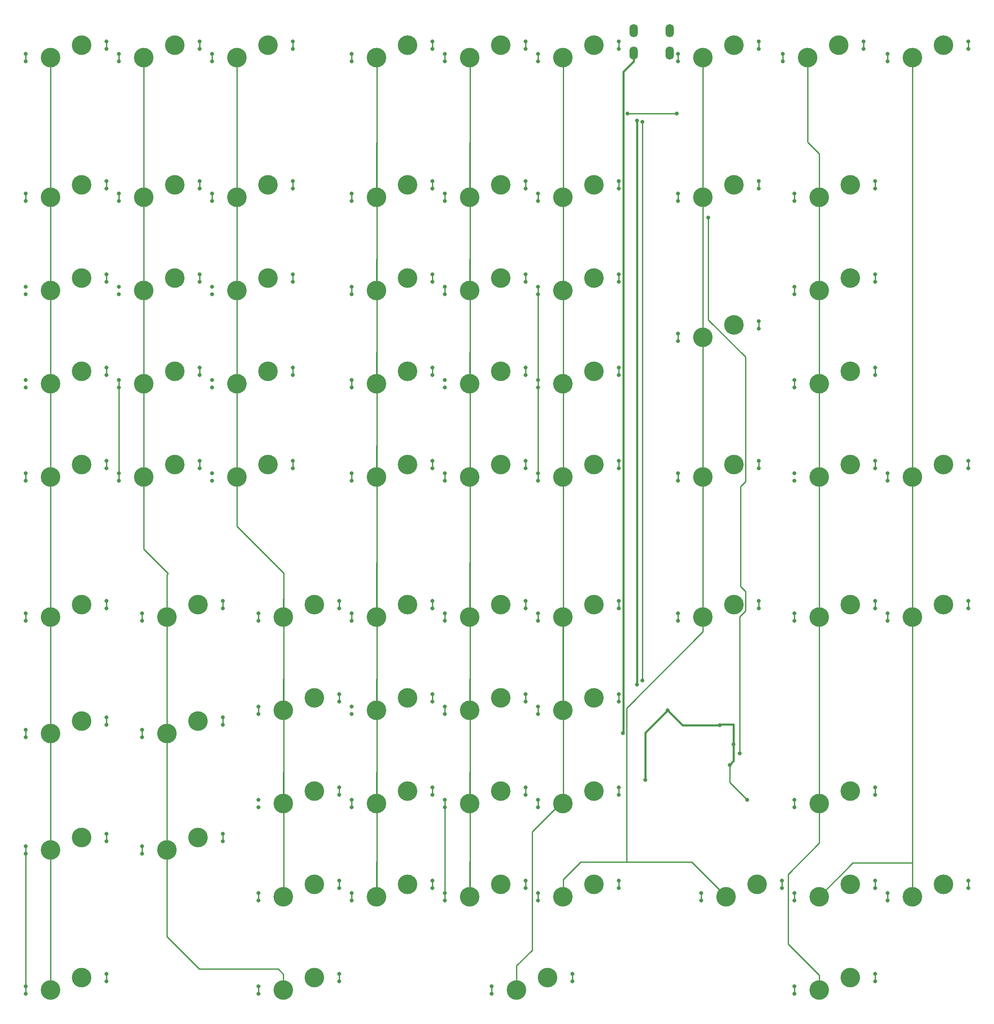
<source format=gbr>
%TF.GenerationSoftware,KiCad,Pcbnew,(6.0.11)*%
%TF.CreationDate,2023-02-04T13:18:20-08:00*%
%TF.ProjectId,MA Command Keyboard changed footprint,4d412043-6f6d-46d6-916e-64204b657962,rev?*%
%TF.SameCoordinates,Original*%
%TF.FileFunction,Copper,L1,Top*%
%TF.FilePolarity,Positive*%
%FSLAX46Y46*%
G04 Gerber Fmt 4.6, Leading zero omitted, Abs format (unit mm)*
G04 Created by KiCad (PCBNEW (6.0.11)) date 2023-02-04 13:18:20*
%MOMM*%
%LPD*%
G01*
G04 APERTURE LIST*
%TA.AperFunction,ComponentPad*%
%ADD10C,0.800000*%
%TD*%
%TA.AperFunction,ComponentPad*%
%ADD11C,4.000000*%
%TD*%
%TA.AperFunction,ComponentPad*%
%ADD12O,1.700000X2.700000*%
%TD*%
%TA.AperFunction,ViaPad*%
%ADD13C,0.800000*%
%TD*%
%TA.AperFunction,Conductor*%
%ADD14C,0.250000*%
%TD*%
%TA.AperFunction,Conductor*%
%ADD15C,0.381000*%
%TD*%
G04 APERTURE END LIST*
D10*
%TO.P,MX11,1,COL*%
%TO.N,cOL1*%
X-316893600Y-80860900D03*
D11*
X-311813600Y-81622900D03*
D10*
X-316893600Y-82384900D03*
D11*
%TO.P,MX11,2,ROW*%
%TO.N,Net-(D11-Pad2)*%
X-305463600Y-79082900D03*
D10*
X-300383600Y-78320900D03*
X-300383600Y-79844900D03*
%TD*%
%TO.P,MX61,1,COL*%
%TO.N,COL4*%
X-250218600Y-204685900D03*
X-250218600Y-206209900D03*
D11*
X-245138600Y-205447900D03*
%TO.P,MX61,2,ROW*%
%TO.N,Net-(D61-Pad2)*%
X-238788600Y-202907900D03*
D10*
X-233708600Y-202145900D03*
X-233708600Y-203669900D03*
%TD*%
D11*
%TO.P,MX25,1,COL*%
%TO.N,COL0*%
X-330863600Y-119722900D03*
D10*
X-335943600Y-120484900D03*
X-335943600Y-118960900D03*
%TO.P,MX25,2,ROW*%
%TO.N,Net-(D25-Pad2)*%
X-319433600Y-116420900D03*
D11*
X-324513600Y-117182900D03*
D10*
X-319433600Y-117944900D03*
%TD*%
%TO.P,MX5,1,COL*%
%TO.N,COL4*%
X-250218600Y-53809900D03*
X-250218600Y-52285900D03*
D11*
X-245138600Y-53047900D03*
D10*
%TO.P,MX5,2,ROW*%
%TO.N,Net-(D5-Pad2)*%
X-233708600Y-51269900D03*
X-233708600Y-49745900D03*
D11*
X-238788600Y-50507900D03*
%TD*%
D10*
%TO.P,MX6,1,COL*%
%TO.N,COL5*%
X-231168600Y-53809900D03*
D11*
X-226088600Y-53047900D03*
D10*
X-231168600Y-52285900D03*
%TO.P,MX6,2,ROW*%
%TO.N,Net-(D6-Pad2)*%
X-214658600Y-51269900D03*
X-214658600Y-49745900D03*
D11*
X-219738600Y-50507900D03*
%TD*%
%TO.P,MX51,1,COL*%
%TO.N,COL0*%
X-330863600Y-191160400D03*
D10*
X-335943600Y-191922400D03*
X-335943600Y-190398400D03*
%TO.P,MX51,2,ROW*%
%TO.N,Net-(D51-Pad2)*%
X-319433600Y-187858400D03*
D11*
X-324513600Y-188620400D03*
D10*
X-319433600Y-189382400D03*
%TD*%
%TO.P,MX46,1,COL*%
%TO.N,COL4*%
X-250218600Y-168109900D03*
X-250218600Y-166585900D03*
D11*
X-245138600Y-167347900D03*
D10*
%TO.P,MX46,2,ROW*%
%TO.N,Net-(D46-Pad2)*%
X-233708600Y-165569900D03*
X-233708600Y-164045900D03*
D11*
X-238788600Y-164807900D03*
%TD*%
D10*
%TO.P,MX72,1,COL*%
%TO.N,COL6*%
X-231168600Y-223735900D03*
D11*
X-226088600Y-224497900D03*
D10*
X-231168600Y-225259900D03*
%TO.P,MX72,2,ROW*%
%TO.N,Net-(D72-Pad2)*%
X-214658600Y-222719900D03*
D11*
X-219738600Y-221957900D03*
D10*
X-214658600Y-221195900D03*
%TD*%
%TO.P,MX57,1,COL*%
%TO.N,COL0*%
X-335943600Y-214210900D03*
D11*
X-330863600Y-214972900D03*
D10*
X-335943600Y-215734900D03*
%TO.P,MX57,2,ROW*%
%TO.N,Net-(D57-Pad2)*%
X-319433600Y-213194900D03*
X-319433600Y-211670900D03*
D11*
X-324513600Y-212432900D03*
%TD*%
%TO.P,MX19,1,COL*%
%TO.N,cOL1*%
X-311813600Y-100672900D03*
D10*
X-316893600Y-99910900D03*
X-316893600Y-101434900D03*
D11*
%TO.P,MX19,2,ROW*%
%TO.N,Net-(D19-Pad2)*%
X-305463600Y-98132900D03*
D10*
X-300383600Y-97370900D03*
X-300383600Y-98894900D03*
%TD*%
%TO.P,MX69,1,COL*%
%TO.N,COL3*%
X-269268600Y-223735900D03*
X-269268600Y-225259900D03*
D11*
X-264188600Y-224497900D03*
%TO.P,MX69,2,ROW*%
%TO.N,Net-(D69-Pad2)*%
X-257838600Y-221957900D03*
D10*
X-252758600Y-222719900D03*
X-252758600Y-221195900D03*
%TD*%
%TO.P,MX55,1,COL*%
%TO.N,COL4*%
X-250218600Y-187159900D03*
D11*
X-245138600Y-186397900D03*
D10*
X-250218600Y-185635900D03*
%TO.P,MX55,2,ROW*%
%TO.N,Net-(D55-Pad2)*%
X-233708600Y-183095900D03*
X-233708600Y-184619900D03*
D11*
X-238788600Y-183857900D03*
%TD*%
D10*
%TO.P,MX22,1,COL*%
%TO.N,COL4*%
X-250218600Y-101434900D03*
D11*
X-245138600Y-100672900D03*
D10*
X-250218600Y-99910900D03*
D11*
%TO.P,MX22,2,ROW*%
%TO.N,Net-(D22-Pad2)*%
X-238788600Y-98132900D03*
D10*
X-233708600Y-98894900D03*
X-233708600Y-97370900D03*
%TD*%
D11*
%TO.P,MX9,1,COL*%
%TO.N,COL8*%
X-154651100Y-53047900D03*
D10*
X-159731100Y-52285900D03*
X-159731100Y-53809900D03*
%TO.P,MX9,2,ROW*%
%TO.N,Net-(D9-Pad2)*%
X-143221100Y-49745900D03*
X-143221100Y-51269900D03*
D11*
X-148301100Y-50507900D03*
%TD*%
D10*
%TO.P,MX67,1,COL*%
%TO.N,cOL1*%
X-288318600Y-242785900D03*
D11*
X-283238600Y-243547900D03*
D10*
X-288318600Y-244309900D03*
D11*
%TO.P,MX67,2,ROW*%
%TO.N,Net-(D67-Pad2)*%
X-276888600Y-241007900D03*
D10*
X-271808600Y-241769900D03*
X-271808600Y-240245900D03*
%TD*%
D11*
%TO.P,MX49,1,COL*%
%TO.N,COL7*%
X-173701100Y-167347900D03*
D10*
X-178781100Y-166585900D03*
X-178781100Y-168109900D03*
%TO.P,MX49,2,ROW*%
%TO.N,Net-(D49-Pad2)*%
X-162271100Y-165569900D03*
X-162271100Y-164045900D03*
D11*
X-167351100Y-164807900D03*
%TD*%
D10*
%TO.P,MX35,1,COL*%
%TO.N,COL2*%
X-297843600Y-139534900D03*
D11*
X-292763600Y-138772900D03*
D10*
X-297843600Y-138010900D03*
%TO.P,MX35,2,ROW*%
%TO.N,Net-(D35-Pad2)*%
X-281333600Y-136994900D03*
X-281333600Y-135470900D03*
D11*
X-286413600Y-136232900D03*
%TD*%
D10*
%TO.P,MX36,1,COL*%
%TO.N,COL3*%
X-269268600Y-138010900D03*
X-269268600Y-139534900D03*
D11*
X-264188600Y-138772900D03*
D10*
%TO.P,MX36,2,ROW*%
%TO.N,Net-(D36-Pad2)*%
X-252758600Y-136994900D03*
X-252758600Y-135470900D03*
D11*
X-257838600Y-136232900D03*
%TD*%
D10*
%TO.P,MX12,1,COL*%
%TO.N,COL2*%
X-297843600Y-82384900D03*
D11*
X-292763600Y-81622900D03*
D10*
X-297843600Y-80860900D03*
%TO.P,MX12,2,ROW*%
%TO.N,Net-(D12-Pad2)*%
X-281333600Y-79844900D03*
D11*
X-286413600Y-79082900D03*
D10*
X-281333600Y-78320900D03*
%TD*%
%TO.P,MX68,1,COL*%
%TO.N,COL2*%
X-288318600Y-223735900D03*
X-288318600Y-225259900D03*
D11*
X-283238600Y-224497900D03*
D10*
%TO.P,MX68,2,ROW*%
%TO.N,Net-(D68-Pad2)*%
X-271808600Y-221195900D03*
D11*
X-276888600Y-221957900D03*
D10*
X-271808600Y-222719900D03*
%TD*%
D11*
%TO.P,MX42,1,COL*%
%TO.N,COL0*%
X-330863600Y-167347900D03*
D10*
X-335943600Y-168109900D03*
X-335943600Y-166585900D03*
D11*
%TO.P,MX42,2,ROW*%
%TO.N,Net-(D42-Pad2)*%
X-324513600Y-164807900D03*
D10*
X-319433600Y-165569900D03*
X-319433600Y-164045900D03*
%TD*%
%TO.P,MX52,1,COL*%
%TO.N,cOL1*%
X-312131100Y-190398400D03*
X-312131100Y-191922400D03*
D11*
X-307051100Y-191160400D03*
D10*
%TO.P,MX52,2,ROW*%
%TO.N,Net-(D52-Pad2)*%
X-295621100Y-187858400D03*
X-295621100Y-189382400D03*
D11*
X-300701100Y-188620400D03*
%TD*%
D10*
%TO.P,MX15,1,COL*%
%TO.N,COL5*%
X-231168600Y-82384900D03*
D11*
X-226088600Y-81622900D03*
D10*
X-231168600Y-80860900D03*
%TO.P,MX15,2,ROW*%
%TO.N,Net-(D15-Pad2)*%
X-214658600Y-78320900D03*
X-214658600Y-79844900D03*
D11*
X-219738600Y-79082900D03*
%TD*%
%TO.P,MX14,1,COL*%
%TO.N,COL4*%
X-245138600Y-81622900D03*
D10*
X-250218600Y-80860900D03*
X-250218600Y-82384900D03*
%TO.P,MX14,2,ROW*%
%TO.N,Net-(D14-Pad2)*%
X-233708600Y-78320900D03*
D11*
X-238788600Y-79082900D03*
D10*
X-233708600Y-79844900D03*
%TD*%
%TO.P,MX53,1,COL*%
%TO.N,COL2*%
X-288318600Y-187159900D03*
X-288318600Y-185635900D03*
D11*
X-283238600Y-186397900D03*
D10*
%TO.P,MX53,2,ROW*%
%TO.N,Net-(D53-Pad2)*%
X-271808600Y-184619900D03*
X-271808600Y-183095900D03*
D11*
X-276888600Y-183857900D03*
%TD*%
D10*
%TO.P,MX40,1,COL*%
%TO.N,COL7*%
X-178781100Y-138010900D03*
D11*
X-173701100Y-138772900D03*
D10*
X-178781100Y-139534900D03*
D11*
%TO.P,MX40,2,ROW*%
%TO.N,Net-(D40-Pad2)*%
X-167351100Y-136232900D03*
D10*
X-162271100Y-136994900D03*
X-162271100Y-135470900D03*
%TD*%
%TO.P,MX66,1,COL*%
%TO.N,COL0*%
X-335943600Y-244309900D03*
D11*
X-330863600Y-243547900D03*
D10*
X-335943600Y-242785900D03*
D11*
%TO.P,MX66,2,ROW*%
%TO.N,Net-(D66-Pad2)*%
X-324513600Y-241007900D03*
D10*
X-319433600Y-241769900D03*
X-319433600Y-240245900D03*
%TD*%
D11*
%TO.P,MX10,1,COL*%
%TO.N,COL0*%
X-330863600Y-81622900D03*
D10*
X-335943600Y-80860900D03*
X-335943600Y-82384900D03*
%TO.P,MX10,2,ROW*%
%TO.N,Net-(D10-Pad2)*%
X-319433600Y-78320900D03*
D11*
X-324513600Y-79082900D03*
D10*
X-319433600Y-79844900D03*
%TD*%
%TO.P,MX21,1,COL*%
%TO.N,COL3*%
X-269268600Y-101434900D03*
X-269268600Y-99910900D03*
D11*
X-264188600Y-100672900D03*
%TO.P,MX21,2,ROW*%
%TO.N,Net-(D21-Pad2)*%
X-257838600Y-98132900D03*
D10*
X-252758600Y-98894900D03*
X-252758600Y-97370900D03*
%TD*%
%TO.P,MX62,1,COL*%
%TO.N,COL5*%
X-231168600Y-206209900D03*
X-231168600Y-204685900D03*
D11*
X-226088600Y-205447900D03*
%TO.P,MX62,2,ROW*%
%TO.N,Net-(D62-Pad2)*%
X-219738600Y-202907900D03*
D10*
X-214658600Y-202145900D03*
X-214658600Y-203669900D03*
%TD*%
D11*
%TO.P,MX32,1,COL*%
%TO.N,COL7*%
X-173701100Y-119722900D03*
D10*
X-178781100Y-118960900D03*
X-178781100Y-120484900D03*
D11*
%TO.P,MX32,2,ROW*%
%TO.N,Net-(D32-Pad2)*%
X-167351100Y-117182900D03*
D10*
X-162271100Y-116420900D03*
X-162271100Y-117944900D03*
%TD*%
%TO.P,MX56,1,COL*%
%TO.N,COL5*%
X-231168600Y-185635900D03*
X-231168600Y-187159900D03*
D11*
X-226088600Y-186397900D03*
D10*
%TO.P,MX56,2,ROW*%
%TO.N,Net-(D56-Pad2)*%
X-214658600Y-184619900D03*
D11*
X-219738600Y-183857900D03*
D10*
X-214658600Y-183095900D03*
%TD*%
%TO.P,MX38,1,COL*%
%TO.N,COL5*%
X-231168600Y-139534900D03*
D11*
X-226088600Y-138772900D03*
D10*
X-231168600Y-138010900D03*
%TO.P,MX38,2,ROW*%
%TO.N,Net-(D38-Pad2)*%
X-214658600Y-135470900D03*
X-214658600Y-136994900D03*
D11*
X-219738600Y-136232900D03*
%TD*%
%TO.P,MX44,1,COL*%
%TO.N,COL2*%
X-283238600Y-167347900D03*
D10*
X-288318600Y-166585900D03*
X-288318600Y-168109900D03*
%TO.P,MX44,2,ROW*%
%TO.N,Net-(D44-Pad2)*%
X-271808600Y-165569900D03*
D11*
X-276888600Y-164807900D03*
D10*
X-271808600Y-164045900D03*
%TD*%
D11*
%TO.P,MX74,1,COL*%
%TO.N,COL8*%
X-173701100Y-224497900D03*
D10*
X-178781100Y-223735900D03*
X-178781100Y-225259900D03*
%TO.P,MX74,2,ROW*%
%TO.N,Net-(D74-Pad2)*%
X-162271100Y-222719900D03*
D11*
X-167351100Y-221957900D03*
D10*
X-162271100Y-221195900D03*
%TD*%
%TO.P,MX28,1,COL*%
%TO.N,COL3*%
X-269268600Y-120484900D03*
X-269268600Y-118960900D03*
D11*
X-264188600Y-119722900D03*
D10*
%TO.P,MX28,2,ROW*%
%TO.N,Net-(D28-Pad2)*%
X-252758600Y-116420900D03*
D11*
X-257838600Y-117182900D03*
D10*
X-252758600Y-117944900D03*
%TD*%
%TO.P,MX30,1,COL*%
%TO.N,COL5*%
X-231168600Y-120484900D03*
X-231168600Y-118960900D03*
D11*
X-226088600Y-119722900D03*
D10*
%TO.P,MX30,2,ROW*%
%TO.N,Net-(D30-Pad2)*%
X-214658600Y-117944900D03*
D11*
X-219738600Y-117182900D03*
D10*
X-214658600Y-116420900D03*
%TD*%
%TO.P,MX63,1,COL*%
%TO.N,COL6*%
X-197831100Y-225259900D03*
X-197831100Y-223735900D03*
D11*
X-192751100Y-224497900D03*
%TO.P,MX63,2,ROW*%
%TO.N,Net-(D63-Pad2)*%
X-186401100Y-221957900D03*
D10*
X-181321100Y-221195900D03*
X-181321100Y-222719900D03*
%TD*%
%TO.P,MX60,1,COL*%
%TO.N,COL3*%
X-269268600Y-206209900D03*
X-269268600Y-204685900D03*
D11*
X-264188600Y-205447900D03*
D10*
%TO.P,MX60,2,ROW*%
%TO.N,Net-(D60-Pad2)*%
X-252758600Y-203669900D03*
D11*
X-257838600Y-202907900D03*
D10*
X-252758600Y-202145900D03*
%TD*%
%TO.P,MX45,1,COL*%
%TO.N,COL3*%
X-269268600Y-168109900D03*
X-269268600Y-166585900D03*
D11*
X-264188600Y-167347900D03*
%TO.P,MX45,2,ROW*%
%TO.N,Net-(D45-Pad2)*%
X-257838600Y-164807900D03*
D10*
X-252758600Y-165569900D03*
X-252758600Y-164045900D03*
%TD*%
%TO.P,MX64,1,COL*%
%TO.N,COL7*%
X-178781100Y-204685900D03*
D11*
X-173701100Y-205447900D03*
D10*
X-178781100Y-206209900D03*
%TO.P,MX64,2,ROW*%
%TO.N,Net-(D64-Pad2)*%
X-162271100Y-202145900D03*
D11*
X-167351100Y-202907900D03*
D10*
X-162271100Y-203669900D03*
%TD*%
%TO.P,MX26,1,COL*%
%TO.N,cOL1*%
X-316893600Y-120484900D03*
X-316893600Y-118960900D03*
D11*
X-311813600Y-119722900D03*
D10*
%TO.P,MX26,2,ROW*%
%TO.N,Net-(D26-Pad2)*%
X-300383600Y-117944900D03*
D11*
X-305463600Y-117182900D03*
D10*
X-300383600Y-116420900D03*
%TD*%
%TO.P,MX24,1,COL*%
%TO.N,COL7*%
X-178781100Y-99910900D03*
D11*
X-173701100Y-100672900D03*
D10*
X-178781100Y-101434900D03*
%TO.P,MX24,2,ROW*%
%TO.N,Net-(D24-Pad2)*%
X-162271100Y-98894900D03*
D11*
X-167351100Y-98132900D03*
D10*
X-162271100Y-97370900D03*
%TD*%
%TO.P,MX13,1,COL*%
%TO.N,COL3*%
X-269268600Y-82384900D03*
X-269268600Y-80860900D03*
D11*
X-264188600Y-81622900D03*
D10*
%TO.P,MX13,2,ROW*%
%TO.N,Net-(D13-Pad2)*%
X-252758600Y-78320900D03*
D11*
X-257838600Y-79082900D03*
D10*
X-252758600Y-79844900D03*
%TD*%
%TO.P,MX71,1,COL*%
%TO.N,COL5*%
X-240693600Y-242785900D03*
D11*
X-235613600Y-243547900D03*
D10*
X-240693600Y-244309900D03*
D11*
%TO.P,MX71,2,ROW*%
%TO.N,Net-(D71-Pad2)*%
X-229263600Y-241007900D03*
D10*
X-224183600Y-241769900D03*
X-224183600Y-240245900D03*
%TD*%
%TO.P,MX37,1,COL*%
%TO.N,COL4*%
X-250218600Y-138010900D03*
X-250218600Y-139534900D03*
D11*
X-245138600Y-138772900D03*
D10*
%TO.P,MX37,2,ROW*%
%TO.N,Net-(D37-Pad2)*%
X-233708600Y-135470900D03*
D11*
X-238788600Y-136232900D03*
D10*
X-233708600Y-136994900D03*
%TD*%
D11*
%TO.P,MX1,1,COL*%
%TO.N,COL0*%
X-330863600Y-53047900D03*
D10*
X-335943600Y-53809900D03*
X-335943600Y-52285900D03*
D11*
%TO.P,MX1,2,ROW*%
%TO.N,Net-(D1-Pad2)*%
X-324513600Y-50507900D03*
D10*
X-319433600Y-51269900D03*
X-319433600Y-49745900D03*
%TD*%
D11*
%TO.P,MX23,1,COL*%
%TO.N,COL5*%
X-226088600Y-100672900D03*
D10*
X-231168600Y-99910900D03*
X-231168600Y-101434900D03*
%TO.P,MX23,2,ROW*%
%TO.N,Net-(D23-Pad2)*%
X-214658600Y-98894900D03*
X-214658600Y-97370900D03*
D11*
X-219738600Y-98132900D03*
%TD*%
D10*
%TO.P,MX47,1,COL*%
%TO.N,COL5*%
X-231168600Y-168109900D03*
X-231168600Y-166585900D03*
D11*
X-226088600Y-167347900D03*
D10*
%TO.P,MX47,2,ROW*%
%TO.N,Net-(D47-Pad2)*%
X-214658600Y-165569900D03*
D11*
X-219738600Y-164807900D03*
D10*
X-214658600Y-164045900D03*
%TD*%
%TO.P,MX3,1,COL*%
%TO.N,COL2*%
X-297843600Y-53809900D03*
X-297843600Y-52285900D03*
D11*
X-292763600Y-53047900D03*
D10*
%TO.P,MX3,2,ROW*%
%TO.N,Net-(D3-Pad2)*%
X-281333600Y-49745900D03*
X-281333600Y-51269900D03*
D11*
X-286413600Y-50507900D03*
%TD*%
%TO.P,MX70,1,COL*%
%TO.N,COL4*%
X-245138600Y-224497900D03*
D10*
X-250218600Y-223735900D03*
X-250218600Y-225259900D03*
D11*
%TO.P,MX70,2,ROW*%
%TO.N,Net-(D70-Pad2)*%
X-238788600Y-221957900D03*
D10*
X-233708600Y-221195900D03*
X-233708600Y-222719900D03*
%TD*%
%TO.P,MX16,1,COL*%
%TO.N,COL6*%
X-202593600Y-80860900D03*
X-202593600Y-82384900D03*
D11*
X-197513600Y-81622900D03*
D10*
%TO.P,MX16,2,ROW*%
%TO.N,Net-(D16-Pad2)*%
X-186083600Y-78320900D03*
D11*
X-191163600Y-79082900D03*
D10*
X-186083600Y-79844900D03*
%TD*%
%TO.P,MX8,1,COL*%
%TO.N,COL7*%
X-181162300Y-52285900D03*
X-181162300Y-53809900D03*
D11*
X-176082300Y-53047900D03*
D10*
%TO.P,MX8,2,ROW*%
%TO.N,Net-(D8-Pad2)*%
X-164652300Y-49745900D03*
D11*
X-169732300Y-50507900D03*
D10*
X-164652300Y-51269900D03*
%TD*%
%TO.P,MX33,1,COL*%
%TO.N,COL0*%
X-335943600Y-139534900D03*
X-335943600Y-138010900D03*
D11*
X-330863600Y-138772900D03*
D10*
%TO.P,MX33,2,ROW*%
%TO.N,Net-(D33-Pad2)*%
X-319433600Y-136994900D03*
D11*
X-324513600Y-136232900D03*
D10*
X-319433600Y-135470900D03*
%TD*%
D11*
%TO.P,MX2,1,COL*%
%TO.N,cOL1*%
X-311813600Y-53047900D03*
D10*
X-316893600Y-52285900D03*
X-316893600Y-53809900D03*
D11*
%TO.P,MX2,2,ROW*%
%TO.N,Net-(D2-Pad2)*%
X-305463600Y-50507900D03*
D10*
X-300383600Y-49745900D03*
X-300383600Y-51269900D03*
%TD*%
D11*
%TO.P,MX27,1,COL*%
%TO.N,COL2*%
X-292763600Y-119722900D03*
D10*
X-297843600Y-118960900D03*
X-297843600Y-120484900D03*
D11*
%TO.P,MX27,2,ROW*%
%TO.N,Net-(D27-Pad2)*%
X-286413600Y-117182900D03*
D10*
X-281333600Y-117944900D03*
X-281333600Y-116420900D03*
%TD*%
D11*
%TO.P,MX31,1,COL*%
%TO.N,COL6*%
X-197513600Y-110197900D03*
D10*
X-202593600Y-110959900D03*
X-202593600Y-109435900D03*
%TO.P,MX31,2,ROW*%
%TO.N,Net-(D31-Pad2)*%
X-186083600Y-108419900D03*
D11*
X-191163600Y-107657900D03*
D10*
X-186083600Y-106895900D03*
%TD*%
%TO.P,MX50,1,COL*%
%TO.N,COL8*%
X-159731100Y-166585900D03*
X-159731100Y-168109900D03*
D11*
X-154651100Y-167347900D03*
D10*
%TO.P,MX50,2,ROW*%
%TO.N,Net-(D50-Pad2)*%
X-143221100Y-165569900D03*
X-143221100Y-164045900D03*
D11*
X-148301100Y-164807900D03*
%TD*%
D10*
%TO.P,MX41,1,COL*%
%TO.N,COL8*%
X-159731100Y-139534900D03*
X-159731100Y-138010900D03*
D11*
X-154651100Y-138772900D03*
D10*
%TO.P,MX41,2,ROW*%
%TO.N,Net-(D41-Pad2)*%
X-143221100Y-135470900D03*
X-143221100Y-136994900D03*
D11*
X-148301100Y-136232900D03*
%TD*%
D10*
%TO.P,MX59,1,COL*%
%TO.N,COL2*%
X-288318600Y-204685900D03*
D11*
X-283238600Y-205447900D03*
D10*
X-288318600Y-206209900D03*
%TO.P,MX59,2,ROW*%
%TO.N,Net-(D59-Pad2)*%
X-271808600Y-203669900D03*
D11*
X-276888600Y-202907900D03*
D10*
X-271808600Y-202145900D03*
%TD*%
%TO.P,MX65,1,COL*%
%TO.N,COL8*%
X-159731100Y-225259900D03*
D11*
X-154651100Y-224497900D03*
D10*
X-159731100Y-223735900D03*
%TO.P,MX65,2,ROW*%
%TO.N,Net-(D65-Pad2)*%
X-143221100Y-222719900D03*
X-143221100Y-221195900D03*
D11*
X-148301100Y-221957900D03*
%TD*%
%TO.P,MX48,1,COL*%
%TO.N,COL6*%
X-197513600Y-167347900D03*
D10*
X-202593600Y-168109900D03*
X-202593600Y-166585900D03*
%TO.P,MX48,2,ROW*%
%TO.N,Net-(D48-Pad2)*%
X-186083600Y-165569900D03*
X-186083600Y-164045900D03*
D11*
X-191163600Y-164807900D03*
%TD*%
%TO.P,MX58,1,COL*%
%TO.N,cOL1*%
X-307051100Y-214972900D03*
D10*
X-312131100Y-214210900D03*
X-312131100Y-215734900D03*
D11*
%TO.P,MX58,2,ROW*%
%TO.N,Net-(D58-Pad2)*%
X-300701100Y-212432900D03*
D10*
X-295621100Y-211670900D03*
X-295621100Y-213194900D03*
%TD*%
D11*
%TO.P,MX73,1,COL*%
%TO.N,COL7*%
X-173701100Y-243547900D03*
D10*
X-178781100Y-244309900D03*
X-178781100Y-242785900D03*
D11*
%TO.P,MX73,2,ROW*%
%TO.N,Net-(D73-Pad2)*%
X-167351100Y-241007900D03*
D10*
X-162271100Y-241769900D03*
X-162271100Y-240245900D03*
%TD*%
D11*
%TO.P,MX20,1,COL*%
%TO.N,COL2*%
X-292763600Y-100672900D03*
D10*
X-297843600Y-99910900D03*
X-297843600Y-101434900D03*
D11*
%TO.P,MX20,2,ROW*%
%TO.N,Net-(D20-Pad2)*%
X-286413600Y-98132900D03*
D10*
X-281333600Y-98894900D03*
X-281333600Y-97370900D03*
%TD*%
D11*
%TO.P,MX43,1,COL*%
%TO.N,cOL1*%
X-307051100Y-167347900D03*
D10*
X-312131100Y-168109900D03*
X-312131100Y-166585900D03*
%TO.P,MX43,2,ROW*%
%TO.N,Net-(D43-Pad2)*%
X-295621100Y-165569900D03*
X-295621100Y-164045900D03*
D11*
X-300701100Y-164807900D03*
%TD*%
D10*
%TO.P,MX34,1,COL*%
%TO.N,cOL1*%
X-316893600Y-138010900D03*
D11*
X-311813600Y-138772900D03*
D10*
X-316893600Y-139534900D03*
D11*
%TO.P,MX34,2,ROW*%
%TO.N,Net-(D34-Pad2)*%
X-305463600Y-136232900D03*
D10*
X-300383600Y-136994900D03*
X-300383600Y-135470900D03*
%TD*%
%TO.P,MX39,1,COL*%
%TO.N,COL6*%
X-202593600Y-139534900D03*
X-202593600Y-138010900D03*
D11*
X-197513600Y-138772900D03*
D10*
%TO.P,MX39,2,ROW*%
%TO.N,Net-(D39-Pad2)*%
X-186083600Y-135470900D03*
D11*
X-191163600Y-136232900D03*
D10*
X-186083600Y-136994900D03*
%TD*%
%TO.P,MX17,1,COL*%
%TO.N,COL7*%
X-178781100Y-80860900D03*
X-178781100Y-82384900D03*
D11*
X-173701100Y-81622900D03*
D10*
%TO.P,MX17,2,ROW*%
%TO.N,Net-(D17-Pad2)*%
X-162271100Y-79844900D03*
X-162271100Y-78320900D03*
D11*
X-167351100Y-79082900D03*
%TD*%
%TO.P,MX4,1,COL*%
%TO.N,COL3*%
X-264188600Y-53047900D03*
D10*
X-269268600Y-52285900D03*
X-269268600Y-53809900D03*
%TO.P,MX4,2,ROW*%
%TO.N,Net-(D4-Pad2)*%
X-252758600Y-51269900D03*
X-252758600Y-49745900D03*
D11*
X-257838600Y-50507900D03*
%TD*%
%TO.P,MX7,1,COL*%
%TO.N,COL6*%
X-197513600Y-53047900D03*
D10*
X-202593600Y-53809900D03*
X-202593600Y-52285900D03*
D11*
%TO.P,MX7,2,ROW*%
%TO.N,Net-(D7-Pad2)*%
X-191163600Y-50507900D03*
D10*
X-186083600Y-51269900D03*
X-186083600Y-49745900D03*
%TD*%
D11*
%TO.P,MX18,1,COL*%
%TO.N,COL0*%
X-330863600Y-100672900D03*
D10*
X-335943600Y-99910900D03*
X-335943600Y-101434900D03*
%TO.P,MX18,2,ROW*%
%TO.N,Net-(D18-Pad2)*%
X-319433600Y-98894900D03*
X-319433600Y-97370900D03*
D11*
X-324513600Y-98132900D03*
%TD*%
%TO.P,MX54,1,COL*%
%TO.N,COL3*%
X-264188600Y-186397900D03*
D10*
X-269268600Y-185635900D03*
X-269268600Y-187159900D03*
%TO.P,MX54,2,ROW*%
%TO.N,Net-(D54-Pad2)*%
X-252758600Y-184619900D03*
D11*
X-257838600Y-183857900D03*
D10*
X-252758600Y-183095900D03*
%TD*%
%TO.P,MX29,1,COL*%
%TO.N,COL4*%
X-250218600Y-118960900D03*
D11*
X-245138600Y-119722900D03*
D10*
X-250218600Y-120484900D03*
D11*
%TO.P,MX29,2,ROW*%
%TO.N,Net-(D29-Pad2)*%
X-238788600Y-117182900D03*
D10*
X-233708600Y-117944900D03*
X-233708600Y-116420900D03*
%TD*%
D12*
%TO.P,USB1,6,SHIELD*%
%TO.N,GND*%
X-204312500Y-47625000D03*
X-211612500Y-52125000D03*
X-211612500Y-47625000D03*
X-204312500Y-52125000D03*
%TD*%
D13*
%TO.N,P+*%
X-196364000Y-85737100D03*
X-190005000Y-195250000D03*
%TO.N,P-*%
X-209901000Y-66175400D03*
X-209901000Y-180307000D03*
%TO.N,ROW0*%
X-202796000Y-64516000D03*
X-212946000Y-64516000D03*
%TO.N,+5V*%
X-209296000Y-200660000D03*
X-194051000Y-189481000D03*
X-188468000Y-204724000D03*
X-204724000Y-186436000D03*
X-192024000Y-197612000D03*
X-191200000Y-193370000D03*
X-210993000Y-65937400D03*
X-210993000Y-181228000D03*
%TO.N,GND*%
X-213874000Y-191112000D03*
%TD*%
D14*
%TO.N,P+*%
X-196364000Y-106694000D02*
X-196364000Y-85737100D01*
X-188809000Y-114250000D02*
X-196364000Y-106694000D01*
X-188809000Y-139698000D02*
X-188809000Y-114250000D01*
X-189834000Y-140723000D02*
X-188809000Y-139698000D01*
X-189834000Y-161093000D02*
X-189834000Y-140723000D01*
X-188787000Y-162140000D02*
X-189834000Y-161093000D01*
X-188787000Y-166097000D02*
X-188787000Y-162140000D01*
X-190005000Y-167314000D02*
X-188787000Y-166097000D01*
X-190005000Y-195250000D02*
X-190005000Y-167314000D01*
%TO.N,P-*%
X-209901000Y-180307000D02*
X-209901000Y-66175400D01*
%TO.N,COL8*%
X-154622000Y-224472000D02*
X-154622000Y-217614000D01*
X-154648000Y-224498000D02*
X-154622000Y-224472000D01*
X-154651000Y-224498000D02*
X-154648000Y-224498000D01*
X-166814000Y-217614000D02*
X-154622000Y-217614000D01*
X-173698000Y-224498000D02*
X-166814000Y-217614000D01*
X-173701000Y-224498000D02*
X-173698000Y-224498000D01*
X-154622000Y-53022500D02*
X-154622000Y-53817700D01*
X-154622000Y-53817700D02*
X-154622000Y-99009800D01*
X-154622000Y-99009800D02*
X-154622000Y-156160000D01*
X-154622000Y-156160000D02*
X-154622000Y-217614000D01*
X-154651000Y-99038900D02*
X-154651000Y-118905900D01*
X-154622000Y-99009800D02*
X-154651000Y-99038900D01*
X-154651000Y-118905900D02*
X-154651000Y-138773000D01*
X-154651100Y-118906000D02*
X-154651100Y-138772900D01*
X-154651000Y-118905900D02*
X-154651100Y-118906000D01*
X-159731000Y-53809900D02*
X-159731000Y-53047900D01*
X-159731100Y-53048000D02*
X-159731100Y-53809900D01*
X-159731000Y-53047900D02*
X-159731100Y-53048000D01*
X-178781000Y-225260000D02*
X-178781000Y-224498000D01*
X-178781100Y-224498100D02*
X-178781100Y-225259900D01*
X-178781000Y-224498000D02*
X-178781100Y-224498100D01*
X-159731000Y-168110000D02*
X-159731000Y-167348000D01*
X-159731100Y-167348100D02*
X-159731100Y-168109900D01*
X-159731000Y-167348000D02*
X-159731100Y-167348100D01*
X-159731000Y-138011000D02*
X-159731000Y-138773000D01*
X-159731000Y-138773000D02*
X-159731000Y-139535000D01*
X-159731100Y-138773100D02*
X-159731100Y-139534900D01*
X-159731000Y-138773000D02*
X-159731100Y-138773100D01*
X-159731000Y-223736000D02*
X-159731000Y-224498000D01*
X-159731000Y-224498000D02*
X-159731000Y-225260000D01*
X-159731100Y-224498100D02*
X-159731100Y-225259900D01*
X-159731000Y-224498000D02*
X-159731100Y-224498100D01*
X-159731100Y-223735900D02*
X-159731000Y-223736000D01*
X-154651100Y-224497900D02*
X-154651000Y-224498000D01*
X-154651000Y-156189000D02*
X-154651000Y-161768500D01*
X-154622000Y-156160000D02*
X-154651000Y-156189000D01*
X-154651000Y-161768500D02*
X-154651000Y-167348000D01*
X-154651100Y-161768600D02*
X-154651100Y-167347900D01*
X-154651000Y-161768500D02*
X-154651100Y-161768600D01*
X-159731100Y-138010900D02*
X-159731000Y-138011000D01*
X-154651000Y-53788600D02*
X-154651000Y-53418200D01*
X-154622000Y-53817700D02*
X-154651000Y-53788600D01*
X-154651000Y-53418200D02*
X-154651000Y-53047900D01*
X-154651100Y-53418100D02*
X-154651100Y-53047900D01*
X-154651000Y-53418200D02*
X-154651100Y-53418100D01*
X-159731000Y-167348000D02*
X-159731000Y-166967000D01*
X-159731000Y-166967000D02*
X-159731000Y-166586000D01*
X-159731100Y-166966900D02*
X-159731100Y-166585900D01*
X-159731000Y-166967000D02*
X-159731100Y-166966900D01*
X-178781000Y-224498000D02*
X-178781000Y-224117000D01*
X-178781000Y-224117000D02*
X-178781000Y-223736000D01*
X-178781100Y-224116900D02*
X-178781100Y-223735900D01*
X-178781000Y-224117000D02*
X-178781100Y-224116900D01*
X-173701100Y-224497900D02*
X-173701000Y-224498000D01*
X-159731000Y-53047900D02*
X-159731000Y-52666900D01*
X-159731000Y-52666900D02*
X-159731000Y-52285900D01*
X-159731100Y-52666800D02*
X-159731100Y-52285900D01*
X-159731000Y-52666900D02*
X-159731100Y-52666800D01*
%TO.N,COL7*%
X-173672000Y-209486000D02*
X-173672000Y-209740000D01*
X-173672000Y-209486000D02*
X-173672000Y-209740000D01*
X-173701000Y-240573000D02*
X-173701000Y-243494000D01*
X-180086000Y-234188000D02*
X-173701000Y-240573000D01*
X-180086000Y-219964000D02*
X-180086000Y-234188000D01*
X-173672000Y-213550000D02*
X-180086000Y-219964000D01*
X-173672000Y-209740000D02*
X-173672000Y-213550000D01*
X-176054000Y-53022500D02*
X-176054000Y-53817700D01*
X-173672000Y-72707500D02*
X-173672000Y-81622900D01*
X-176054000Y-70326200D02*
X-173672000Y-72707500D01*
X-176054000Y-53817700D02*
X-176054000Y-70326200D01*
X-176082000Y-53789400D02*
X-176082000Y-53047900D01*
X-176054000Y-53817700D02*
X-176082000Y-53789400D01*
X-173672000Y-81622900D02*
X-173672000Y-94247300D01*
X-173672000Y-189497000D02*
X-173672000Y-209486000D01*
X-173672000Y-94247300D02*
X-173672000Y-113297000D01*
X-173672000Y-113297000D02*
X-173672000Y-132347000D01*
X-173672000Y-132347000D02*
X-173672000Y-156160000D01*
X-173672000Y-156160000D02*
X-173672000Y-189497000D01*
X-173701000Y-81622900D02*
X-173672000Y-81622900D01*
X-173701000Y-81622900D02*
X-173701100Y-81622900D01*
X-178781000Y-168110000D02*
X-178781000Y-167348000D01*
X-178781100Y-167348100D02*
X-178781100Y-168109900D01*
X-178781000Y-167348000D02*
X-178781100Y-167348100D01*
X-178781000Y-120485000D02*
X-178781000Y-119723000D01*
X-178781100Y-119723100D02*
X-178781100Y-120484900D01*
X-178781000Y-119723000D02*
X-178781100Y-119723100D01*
X-178781000Y-206210000D02*
X-178781000Y-205448000D01*
X-178781100Y-205448100D02*
X-178781100Y-206209900D01*
X-178781000Y-205448000D02*
X-178781100Y-205448100D01*
X-178781000Y-101435000D02*
X-178781000Y-100672900D01*
X-178781100Y-100673000D02*
X-178781100Y-101434900D01*
X-178781000Y-100672900D02*
X-178781100Y-100673000D01*
X-181162000Y-53809900D02*
X-181162000Y-53047900D01*
X-181162000Y-53047900D02*
X-181162000Y-52285900D01*
X-181162300Y-53048200D02*
X-181162300Y-53809900D01*
X-181162000Y-53047900D02*
X-181162300Y-53048200D01*
X-178781000Y-242786000D02*
X-178781000Y-244219200D01*
X-178781000Y-244219200D02*
X-178781000Y-244310000D01*
X-178781100Y-244219300D02*
X-178781100Y-244309900D01*
X-178781000Y-244219200D02*
X-178781100Y-244219300D01*
X-178781000Y-82384900D02*
X-178781000Y-81622900D01*
X-178781100Y-81623000D02*
X-178781100Y-82384900D01*
X-178781000Y-81622900D02*
X-178781100Y-81623000D01*
X-178781000Y-81622900D02*
X-178781000Y-81241900D01*
X-178781000Y-81241900D02*
X-178781000Y-80860900D01*
X-178781100Y-81241800D02*
X-178781100Y-80860900D01*
X-178781000Y-81241900D02*
X-178781100Y-81241800D01*
X-173701000Y-94276400D02*
X-173701000Y-97474700D01*
X-173672000Y-94247300D02*
X-173701000Y-94276400D01*
X-173701000Y-97474700D02*
X-173701000Y-100673000D01*
X-173701100Y-97474800D02*
X-173701100Y-100672900D01*
X-173701000Y-97474700D02*
X-173701100Y-97474800D01*
X-178781100Y-242785900D02*
X-178781000Y-242786000D01*
X-173701000Y-243547800D02*
X-173701000Y-243494000D01*
X-173701100Y-243547900D02*
X-173701000Y-243547800D01*
X-181162300Y-52285900D02*
X-181162000Y-52285900D01*
X-176082300Y-53047900D02*
X-176082000Y-53047900D01*
X-178781000Y-100672900D02*
X-178781000Y-100291900D01*
X-178781000Y-100291900D02*
X-178781000Y-99910900D01*
X-178781100Y-100291800D02*
X-178781100Y-99910900D01*
X-178781000Y-100291900D02*
X-178781100Y-100291800D01*
X-173701000Y-189526000D02*
X-173701000Y-197487000D01*
X-173672000Y-189497000D02*
X-173701000Y-189526000D01*
X-173701000Y-197487000D02*
X-173701000Y-205448000D01*
X-173701100Y-197487100D02*
X-173701100Y-205447900D01*
X-173701000Y-197487000D02*
X-173701100Y-197487100D01*
X-178781000Y-205448000D02*
X-178781000Y-205067000D01*
X-178781000Y-205067000D02*
X-178781000Y-204686000D01*
X-178781100Y-205066900D02*
X-178781100Y-204685900D01*
X-178781000Y-205067000D02*
X-178781100Y-205066900D01*
X-173701000Y-113326000D02*
X-173701000Y-116524500D01*
X-173672000Y-113297000D02*
X-173701000Y-113326000D01*
X-173701000Y-116524500D02*
X-173701000Y-119723000D01*
X-173701100Y-116524600D02*
X-173701100Y-119722900D01*
X-173701000Y-116524500D02*
X-173701100Y-116524600D01*
X-178781000Y-119723000D02*
X-178781000Y-119342000D01*
X-178781000Y-119342000D02*
X-178781000Y-118961000D01*
X-178781100Y-119341900D02*
X-178781100Y-118960900D01*
X-178781000Y-119342000D02*
X-178781100Y-119341900D01*
X-173701000Y-132376000D02*
X-173701000Y-135574500D01*
X-173672000Y-132347000D02*
X-173701000Y-132376000D01*
X-173701000Y-135574500D02*
X-173701000Y-138773000D01*
X-173701100Y-135574600D02*
X-173701100Y-138772900D01*
X-173701000Y-135574500D02*
X-173701100Y-135574600D01*
X-173701000Y-156189000D02*
X-173701000Y-161768500D01*
X-173672000Y-156160000D02*
X-173701000Y-156189000D01*
X-173701000Y-161768500D02*
X-173701000Y-167348000D01*
X-173701100Y-161768600D02*
X-173701100Y-167347900D01*
X-173701000Y-161768500D02*
X-173701100Y-161768600D01*
X-178781000Y-167348000D02*
X-178781000Y-166967000D01*
X-178781000Y-166967000D02*
X-178781000Y-166586000D01*
X-178781100Y-166966900D02*
X-178781100Y-166585900D01*
X-178781000Y-166967000D02*
X-178781100Y-166966900D01*
%TO.N,COL6*%
X-197514000Y-167348000D02*
X-197514000Y-168867000D01*
X-213106000Y-185978000D02*
X-213106000Y-217424000D01*
X-197514000Y-170386000D02*
X-213106000Y-185978000D01*
X-197514000Y-168867000D02*
X-197514000Y-170386000D01*
X-197514000Y-168867000D02*
X-197514000Y-167348000D01*
X-197485000Y-53022500D02*
X-197485000Y-53817700D01*
X-197514000Y-53789100D02*
X-197514000Y-53047900D01*
X-197485000Y-53817700D02*
X-197514000Y-53789100D01*
X-197514000Y-127613000D02*
X-197514000Y-138773000D01*
X-197485000Y-127585000D02*
X-197514000Y-127613000D01*
X-197485000Y-110912000D02*
X-197485000Y-127585000D01*
X-197514000Y-110883000D02*
X-197514000Y-110198000D01*
X-197485000Y-110912000D02*
X-197514000Y-110883000D01*
X-199771000Y-217424000D02*
X-196246000Y-220948000D01*
X-213106000Y-217424000D02*
X-199771000Y-217424000D01*
X-196246000Y-220948000D02*
X-192751000Y-224443000D01*
X-197514000Y-70463400D02*
X-197514000Y-81622900D01*
X-197485000Y-70434800D02*
X-197514000Y-70463400D01*
X-197514000Y-154834000D02*
X-197514000Y-167348000D01*
X-197485000Y-154805000D02*
X-197514000Y-154834000D01*
X-226060000Y-224472000D02*
X-226060000Y-222726000D01*
X-222504000Y-217424000D02*
X-213106000Y-217424000D01*
X-226060000Y-220980000D02*
X-222504000Y-217424000D01*
X-226060000Y-222726000D02*
X-226060000Y-220980000D01*
X-197485000Y-154805000D02*
X-197485000Y-167322000D01*
X-197485000Y-53817700D02*
X-197485000Y-70434800D01*
X-197485000Y-70434800D02*
X-197485000Y-110912000D01*
X-196246000Y-220948000D02*
X-192751000Y-224443000D01*
X-192751000Y-224443000D02*
X-192722000Y-224472000D01*
X-192751000Y-224443000D02*
X-192751000Y-224470500D01*
X-192751000Y-224470500D02*
X-192751000Y-224498000D01*
X-192751100Y-224470600D02*
X-192751100Y-224497900D01*
X-192751000Y-224470500D02*
X-192751100Y-224470600D01*
X-231169000Y-225260000D02*
X-231169000Y-224498000D01*
X-231168600Y-224498400D02*
X-231168600Y-225259900D01*
X-231169000Y-224498000D02*
X-231168600Y-224498400D01*
X-197831000Y-223736000D02*
X-197831000Y-224498000D01*
X-197831000Y-224498000D02*
X-197831000Y-225260000D01*
X-197831100Y-224498100D02*
X-197831100Y-225259900D01*
X-197831000Y-224498000D02*
X-197831100Y-224498100D01*
X-202594000Y-82384900D02*
X-202594000Y-81622900D01*
X-202593600Y-81623300D02*
X-202593600Y-82384900D01*
X-202594000Y-81622900D02*
X-202593600Y-81623300D01*
X-202594000Y-109436000D02*
X-202594000Y-110198000D01*
X-202594000Y-110198000D02*
X-202594000Y-110960000D01*
X-202593600Y-110198400D02*
X-202593600Y-110959900D01*
X-202594000Y-110198000D02*
X-202593600Y-110198400D01*
X-202594000Y-167348000D02*
X-202594000Y-168110000D01*
X-202593600Y-167348400D02*
X-202593600Y-168109900D01*
X-202594000Y-167348000D02*
X-202593600Y-167348400D01*
X-202594000Y-138011000D02*
X-202594000Y-138773000D01*
X-202594000Y-138773000D02*
X-202594000Y-139535000D01*
X-202593600Y-138773400D02*
X-202593600Y-139534900D01*
X-202594000Y-138773000D02*
X-202593600Y-138773400D01*
X-202594000Y-52285900D02*
X-202594000Y-53047900D01*
X-202593600Y-53047500D02*
X-202593600Y-52285900D01*
X-202594000Y-53047900D02*
X-202593600Y-53047500D01*
X-202594000Y-53047900D02*
X-202594000Y-53428900D01*
X-202594000Y-53428900D02*
X-202594000Y-53809900D01*
X-202593600Y-53429300D02*
X-202593600Y-53809900D01*
X-202594000Y-53428900D02*
X-202593600Y-53429300D01*
X-197513600Y-53047900D02*
X-197514000Y-53047900D01*
X-202593900Y-138010900D02*
X-202594000Y-138011000D01*
X-202593600Y-138010900D02*
X-202593900Y-138010900D01*
X-197513600Y-138772900D02*
X-197485000Y-138772900D01*
X-197485000Y-127585000D02*
X-197485000Y-138772900D01*
X-197485000Y-138772900D02*
X-197485000Y-154805000D01*
X-202594000Y-166586000D02*
X-202594000Y-166967000D01*
X-202594000Y-166967000D02*
X-202594000Y-167348000D01*
X-202593600Y-166966600D02*
X-202593600Y-166585900D01*
X-202594000Y-166967000D02*
X-202593600Y-166966600D01*
X-197513900Y-167347900D02*
X-197514000Y-167348000D01*
X-197513600Y-167347900D02*
X-197513900Y-167347900D01*
X-202593900Y-109435900D02*
X-202594000Y-109436000D01*
X-202593600Y-109435900D02*
X-202593900Y-109435900D01*
X-197513900Y-110197900D02*
X-197514000Y-110198000D01*
X-197513600Y-110197900D02*
X-197513900Y-110197900D01*
X-202594000Y-81622900D02*
X-202594000Y-81241900D01*
X-202594000Y-81241900D02*
X-202594000Y-80860900D01*
X-202593600Y-81241500D02*
X-202593600Y-80860900D01*
X-202594000Y-81241900D02*
X-202593600Y-81241500D01*
X-197513600Y-81622900D02*
X-197514000Y-81622900D01*
X-197831100Y-223735900D02*
X-197831000Y-223736000D01*
X-226089000Y-222755000D02*
X-226089000Y-223626500D01*
X-226060000Y-222726000D02*
X-226089000Y-222755000D01*
X-226089000Y-223626500D02*
X-226089000Y-224498000D01*
X-226088600Y-223626900D02*
X-226088600Y-224497900D01*
X-226089000Y-223626500D02*
X-226088600Y-223626900D01*
X-231169000Y-224498000D02*
X-231169000Y-224117000D01*
X-231169000Y-224117000D02*
X-231169000Y-223736000D01*
X-231168600Y-224116600D02*
X-231168600Y-223735900D01*
X-231169000Y-224117000D02*
X-231168600Y-224116600D01*
%TO.N,COL5*%
X-226114000Y-205422000D02*
X-226558000Y-205422000D01*
X-226089000Y-176873000D02*
X-226060000Y-176873000D01*
X-226060000Y-119723000D02*
X-226060000Y-176873000D01*
X-226060000Y-82336700D02*
X-226060000Y-119723000D01*
X-226060000Y-53022500D02*
X-226060000Y-53817700D01*
X-226060000Y-53817700D02*
X-226060000Y-82336700D01*
X-226089000Y-167348000D02*
X-226089000Y-176873000D01*
X-235614000Y-243548000D02*
X-235613500Y-243548000D01*
X-226089000Y-205448000D02*
X-226114000Y-205422000D01*
X-226586000Y-205448000D02*
X-226089000Y-205448000D01*
X-232410000Y-211272000D02*
X-226586000Y-205448000D01*
X-232410000Y-235458000D02*
X-232410000Y-211272000D01*
X-235585000Y-238633000D02*
X-232410000Y-235458000D01*
X-235585000Y-243522000D02*
X-235585000Y-238633000D01*
X-235611000Y-243548000D02*
X-235585000Y-243522000D01*
X-235613500Y-243548000D02*
X-235611000Y-243548000D01*
X-235613500Y-243548000D02*
X-235613600Y-243547900D01*
X-231169000Y-52285900D02*
X-231169000Y-53047900D01*
X-231168600Y-53047500D02*
X-231168600Y-52285900D01*
X-231169000Y-53047900D02*
X-231168600Y-53047500D01*
X-231169000Y-80860900D02*
X-231169000Y-81622900D01*
X-231168600Y-81622500D02*
X-231168600Y-80860900D01*
X-231169000Y-81622900D02*
X-231168600Y-81622500D01*
X-231169000Y-204686000D02*
X-231169000Y-205448000D01*
X-231169000Y-205448000D02*
X-231169000Y-206210000D01*
X-231168600Y-205448400D02*
X-231168600Y-206209900D01*
X-231169000Y-205448000D02*
X-231168600Y-205448400D01*
X-231169000Y-187160000D02*
X-231169000Y-186398000D01*
X-231169000Y-186398000D02*
X-231169000Y-185636000D01*
X-231168600Y-186398400D02*
X-231168600Y-187159900D01*
X-231169000Y-186398000D02*
X-231168600Y-186398400D01*
X-231168600Y-119722500D02*
X-231168600Y-118960900D01*
X-231169000Y-119722900D02*
X-231168600Y-119722500D01*
X-240694000Y-244310000D02*
X-240694000Y-243548000D01*
X-240693600Y-243548400D02*
X-240693600Y-244309900D01*
X-240694000Y-243548000D02*
X-240693600Y-243548400D01*
X-231169000Y-167348000D02*
X-231169000Y-168110000D01*
X-231168600Y-167348400D02*
X-231168600Y-168109900D01*
X-231169000Y-167348000D02*
X-231168600Y-167348400D01*
X-231169000Y-166586000D02*
X-231169000Y-166967000D01*
X-231169000Y-166967000D02*
X-231169000Y-167348000D01*
X-231168600Y-166966600D02*
X-231168600Y-166585900D01*
X-231169000Y-166967000D02*
X-231168600Y-166966600D01*
X-226088900Y-167347900D02*
X-226089000Y-167348000D01*
X-226088600Y-167347900D02*
X-226088900Y-167347900D01*
X-231168600Y-109816500D02*
X-231168600Y-101434900D01*
X-231169000Y-109816900D02*
X-231168600Y-109816500D01*
X-231169000Y-119722900D02*
X-231169000Y-109816900D01*
X-231169000Y-109816900D02*
X-231169000Y-99910900D01*
X-231168600Y-101434900D02*
X-231168600Y-99910900D01*
X-231169000Y-129628900D02*
X-231169000Y-119722900D01*
X-231168600Y-129628500D02*
X-231168600Y-120484900D01*
X-231169000Y-129628900D02*
X-231168600Y-129628500D01*
X-240694000Y-243548000D02*
X-240694000Y-243167000D01*
X-240694000Y-243167000D02*
X-240694000Y-242786000D01*
X-240693600Y-243166600D02*
X-240693600Y-242785900D01*
X-240694000Y-243167000D02*
X-240693600Y-243166600D01*
X-226089000Y-119723000D02*
X-226088500Y-119723000D01*
X-226088500Y-119723000D02*
X-226060000Y-119723000D01*
X-226088500Y-119723000D02*
X-226088600Y-119722900D01*
X-226089000Y-176873000D02*
X-226089000Y-181635500D01*
X-226089000Y-181635500D02*
X-226089000Y-186398000D01*
X-226088600Y-181635900D02*
X-226088600Y-186397900D01*
X-226089000Y-181635500D02*
X-226088600Y-181635900D01*
X-231169000Y-137348700D02*
X-231169000Y-129628900D01*
X-231168600Y-137349100D02*
X-231168600Y-138010900D01*
X-231169000Y-137348700D02*
X-231168600Y-137349100D01*
X-231169000Y-139535000D02*
X-231169000Y-137348700D01*
X-231168600Y-138010900D02*
X-231168600Y-139534900D01*
X-226089000Y-82308100D02*
X-226089000Y-81965500D01*
X-226060000Y-82336700D02*
X-226089000Y-82308100D01*
X-226089000Y-81965500D02*
X-226089000Y-81622900D01*
X-226088600Y-81965100D02*
X-226088600Y-81622900D01*
X-226089000Y-81965500D02*
X-226088600Y-81965100D01*
X-231168900Y-185635900D02*
X-231169000Y-185636000D01*
X-231168600Y-185635900D02*
X-231168900Y-185635900D01*
X-226062700Y-205422000D02*
X-226060000Y-205422000D01*
X-226088600Y-205447900D02*
X-226062700Y-205422000D01*
X-226060000Y-176873000D02*
X-226060000Y-205422000D01*
X-226060000Y-205422000D02*
X-226114000Y-205422000D01*
X-231168900Y-204685900D02*
X-231169000Y-204686000D01*
X-231168600Y-204685900D02*
X-231168900Y-204685900D01*
X-231169000Y-81622900D02*
X-231169000Y-82003900D01*
X-231169000Y-82003900D02*
X-231169000Y-82384900D01*
X-231168600Y-82004300D02*
X-231168600Y-82384900D01*
X-231169000Y-82003900D02*
X-231168600Y-82004300D01*
X-226089000Y-53789100D02*
X-226089000Y-53418500D01*
X-226060000Y-53817700D02*
X-226089000Y-53789100D01*
X-226089000Y-53418500D02*
X-226089000Y-53047900D01*
X-226088600Y-53418100D02*
X-226088600Y-53047900D01*
X-226089000Y-53418500D02*
X-226088600Y-53418100D01*
X-231169000Y-53047900D02*
X-231169000Y-53428900D01*
X-231169000Y-53428900D02*
X-231169000Y-53809900D01*
X-231168600Y-53429300D02*
X-231168600Y-53809900D01*
X-231169000Y-53428900D02*
X-231168600Y-53429300D01*
%TO.N,COL4*%
X-245110000Y-113297000D02*
X-245110000Y-137654000D01*
X-245139000Y-70463400D02*
X-245139000Y-81622900D01*
X-245110000Y-70434800D02*
X-245139000Y-70463400D01*
X-245139000Y-94275900D02*
X-245139000Y-100673000D01*
X-245110000Y-94247300D02*
X-245139000Y-94275900D01*
X-245139000Y-180001000D02*
X-245139000Y-186398000D01*
X-245110000Y-179972000D02*
X-245139000Y-180001000D01*
X-245139000Y-156188000D02*
X-245139000Y-167348000D01*
X-245110000Y-156160000D02*
X-245139000Y-156188000D01*
X-245139000Y-53789100D02*
X-245139000Y-53047900D01*
X-245110000Y-53817700D02*
X-245139000Y-53789100D01*
X-245110000Y-179972000D02*
X-245110000Y-199022000D01*
X-245139000Y-199051000D02*
X-245139000Y-205448000D01*
X-245110000Y-199022000D02*
X-245139000Y-199051000D01*
X-245110000Y-217277000D02*
X-245110000Y-224472000D01*
X-245110000Y-53022500D02*
X-245110000Y-53817700D01*
X-245110000Y-53817700D02*
X-245110000Y-70434800D01*
X-245110000Y-137654000D02*
X-245110000Y-156160000D01*
X-245139000Y-113326000D02*
X-245139000Y-116524500D01*
X-245110000Y-113297000D02*
X-245139000Y-113326000D01*
X-245139000Y-116524500D02*
X-245139000Y-119723000D01*
X-245138600Y-116524900D02*
X-245138600Y-119722900D01*
X-245139000Y-116524500D02*
X-245138600Y-116524900D01*
X-250219000Y-225260000D02*
X-250219000Y-214973000D01*
X-250218600Y-214973400D02*
X-250218600Y-223735900D01*
X-250219000Y-214973000D02*
X-250218600Y-214973400D01*
X-250218600Y-223735900D02*
X-250218600Y-225259900D01*
X-250219000Y-52285900D02*
X-250219000Y-53047900D01*
X-250218600Y-53047500D02*
X-250218600Y-52285900D01*
X-250219000Y-53047900D02*
X-250218600Y-53047500D01*
X-250219000Y-167348000D02*
X-250219000Y-168110000D01*
X-250218600Y-167348400D02*
X-250218600Y-168109900D01*
X-250219000Y-167348000D02*
X-250218600Y-167348400D01*
X-250219000Y-185636000D02*
X-250219000Y-186398000D01*
X-250219000Y-186398000D02*
X-250219000Y-187160000D01*
X-250218600Y-186398400D02*
X-250218600Y-187159900D01*
X-250219000Y-186398000D02*
X-250218600Y-186398400D01*
X-250219000Y-99910900D02*
X-250219000Y-100672900D01*
X-250218600Y-100672500D02*
X-250218600Y-99910900D01*
X-250219000Y-100672900D02*
X-250218600Y-100672500D01*
X-250219000Y-82384900D02*
X-250219000Y-81622900D01*
X-250219000Y-81622900D02*
X-250219000Y-80860900D01*
X-250218600Y-81623300D02*
X-250218600Y-82384900D01*
X-250219000Y-81622900D02*
X-250218600Y-81623300D01*
X-250219000Y-139535000D02*
X-250219000Y-138773000D01*
X-250218600Y-138773400D02*
X-250218600Y-139534900D01*
X-250219000Y-138773000D02*
X-250218600Y-138773400D01*
X-245139000Y-217306000D02*
X-245139000Y-220902000D01*
X-245110000Y-217277000D02*
X-245139000Y-217306000D01*
X-245139000Y-220902000D02*
X-245139000Y-224498000D01*
X-245138600Y-220902400D02*
X-245138600Y-224497900D01*
X-245139000Y-220902000D02*
X-245138600Y-220902400D01*
X-250219000Y-214973000D02*
X-250219000Y-207257700D01*
X-250219000Y-138773000D02*
X-250219000Y-138392000D01*
X-250219000Y-138392000D02*
X-250219000Y-138011000D01*
X-250218600Y-138391600D02*
X-250218600Y-138010900D01*
X-250219000Y-138392000D02*
X-250218600Y-138391600D01*
X-245138600Y-138772900D02*
X-245139000Y-138772900D01*
X-245139000Y-137683000D02*
X-245139000Y-138772900D01*
X-245110000Y-137654000D02*
X-245139000Y-137683000D01*
X-245139000Y-138772900D02*
X-245139000Y-138773000D01*
X-250218600Y-80860900D02*
X-250219000Y-80860900D01*
X-245138600Y-83384500D02*
X-245110000Y-83413100D01*
X-245138600Y-81622900D02*
X-245138600Y-83384500D01*
X-245110000Y-70434800D02*
X-245110000Y-83413100D01*
X-245110000Y-83413100D02*
X-245110000Y-94247300D01*
X-250219000Y-100672900D02*
X-250219000Y-101053900D01*
X-250219000Y-101053900D02*
X-250219000Y-101435000D01*
X-250218600Y-101054300D02*
X-250218600Y-101434900D01*
X-250219000Y-101053900D02*
X-250218600Y-101054300D01*
X-245138600Y-100672900D02*
X-245110000Y-100672900D01*
X-245110000Y-94247300D02*
X-245110000Y-100672900D01*
X-245110000Y-100672900D02*
X-245110000Y-113297000D01*
X-250218900Y-185635900D02*
X-250219000Y-185636000D01*
X-250218600Y-185635900D02*
X-250218900Y-185635900D01*
X-245139000Y-186397900D02*
X-245139000Y-186398000D01*
X-245138600Y-186397900D02*
X-245139000Y-186397900D01*
X-250219000Y-166586000D02*
X-250219000Y-166967000D01*
X-250219000Y-166967000D02*
X-250219000Y-167348000D01*
X-250218600Y-166966600D02*
X-250218600Y-166585900D01*
X-250219000Y-166967000D02*
X-250218600Y-166966600D01*
X-245138600Y-167347900D02*
X-245110000Y-167347900D01*
X-245110000Y-156160000D02*
X-245110000Y-167347900D01*
X-245110000Y-167347900D02*
X-245110000Y-179972000D01*
X-250219000Y-53047900D02*
X-250219000Y-53428900D01*
X-250219000Y-53428900D02*
X-250219000Y-53809900D01*
X-250218600Y-53429300D02*
X-250218600Y-53809900D01*
X-250219000Y-53428900D02*
X-250218600Y-53429300D01*
X-245138600Y-53047900D02*
X-245139000Y-53047900D01*
X-245138600Y-205447900D02*
X-245110000Y-205447900D01*
X-245110000Y-199022000D02*
X-245110000Y-205447900D01*
X-245110000Y-205447900D02*
X-245110000Y-217277000D01*
X-250218600Y-207257300D02*
X-250218600Y-206209900D01*
X-250219000Y-207257700D02*
X-250218600Y-207257300D01*
X-250219000Y-207257700D02*
X-250219000Y-204686000D01*
X-250218600Y-206209900D02*
X-250218600Y-204685900D01*
%TO.N,COL3*%
X-264160000Y-53022500D02*
X-264160000Y-53817700D01*
X-264160000Y-53817700D02*
X-264160000Y-70434800D01*
X-264160000Y-156160000D02*
X-264160000Y-179972000D01*
X-264160000Y-179972000D02*
X-264160000Y-199022000D01*
X-264160000Y-199022000D02*
X-264160000Y-217277000D01*
X-264160000Y-217277000D02*
X-264160000Y-224472000D01*
X-264160000Y-113297000D02*
X-264160000Y-132347000D01*
X-264160000Y-132347000D02*
X-264160000Y-156160000D01*
X-264160000Y-70434800D02*
X-264160000Y-94247300D01*
X-264160000Y-94247300D02*
X-264160000Y-113297000D01*
X-264189000Y-180001000D02*
X-264189000Y-183199500D01*
X-264160000Y-179972000D02*
X-264189000Y-180001000D01*
X-264189000Y-183199500D02*
X-264189000Y-186398000D01*
X-264188600Y-183199900D02*
X-264188600Y-186397900D01*
X-264189000Y-183199500D02*
X-264188600Y-183199900D01*
X-269269000Y-225260000D02*
X-269269000Y-224498000D01*
X-269269000Y-224498000D02*
X-269269000Y-223736000D01*
X-269268600Y-224498400D02*
X-269268600Y-225259900D01*
X-269269000Y-224498000D02*
X-269268600Y-224498400D01*
X-269269000Y-139535000D02*
X-269269000Y-138773000D01*
X-269269000Y-138773000D02*
X-269269000Y-138011000D01*
X-269268600Y-138773400D02*
X-269268600Y-139534900D01*
X-269269000Y-138773000D02*
X-269268600Y-138773400D01*
X-269269000Y-99910900D02*
X-269269000Y-100672900D01*
X-269268600Y-100672500D02*
X-269268600Y-99910900D01*
X-269269000Y-100672900D02*
X-269268600Y-100672500D01*
X-269269000Y-119723000D02*
X-269269000Y-120485000D01*
X-269268600Y-119723400D02*
X-269268600Y-120484900D01*
X-269269000Y-119723000D02*
X-269268600Y-119723400D01*
X-269269000Y-204686000D02*
X-269269000Y-205448000D01*
X-269269000Y-205448000D02*
X-269269000Y-206210000D01*
X-269268600Y-205448400D02*
X-269268600Y-206209900D01*
X-269269000Y-205448000D02*
X-269268600Y-205448400D01*
X-269269000Y-166586000D02*
X-269269000Y-167348000D01*
X-269269000Y-167348000D02*
X-269269000Y-168110000D01*
X-269268600Y-167348400D02*
X-269268600Y-168109900D01*
X-269269000Y-167348000D02*
X-269268600Y-167348400D01*
X-269269000Y-80860900D02*
X-269269000Y-81622900D01*
X-269268600Y-81622500D02*
X-269268600Y-80860900D01*
X-269269000Y-81622900D02*
X-269268600Y-81622500D01*
X-269269000Y-53809900D02*
X-269269000Y-53047900D01*
X-269269000Y-53047900D02*
X-269269000Y-52285900D01*
X-269268600Y-53048300D02*
X-269268600Y-53809900D01*
X-269269000Y-53047900D02*
X-269268600Y-53048300D01*
X-264189000Y-53789100D02*
X-264189000Y-53418500D01*
X-264160000Y-53817700D02*
X-264189000Y-53789100D01*
X-264189000Y-53418500D02*
X-264189000Y-53047900D01*
X-264188600Y-53418100D02*
X-264188600Y-53047900D01*
X-264189000Y-53418500D02*
X-264188600Y-53418100D01*
X-269268600Y-52285900D02*
X-269269000Y-52285900D01*
X-264189000Y-70463400D02*
X-264189000Y-76043100D01*
X-264160000Y-70434800D02*
X-264189000Y-70463400D01*
X-264189000Y-76043100D02*
X-264189000Y-81622900D01*
X-264188600Y-76043500D02*
X-264188600Y-81622900D01*
X-264189000Y-76043100D02*
X-264188600Y-76043500D01*
X-269269000Y-81622900D02*
X-269269000Y-82003900D01*
X-269269000Y-82003900D02*
X-269269000Y-82384900D01*
X-269268600Y-82004300D02*
X-269268600Y-82384900D01*
X-269269000Y-82003900D02*
X-269268600Y-82004300D01*
X-264189000Y-156188000D02*
X-264189000Y-161768000D01*
X-264160000Y-156160000D02*
X-264189000Y-156188000D01*
X-264189000Y-161768000D02*
X-264189000Y-167348000D01*
X-264188600Y-161768400D02*
X-264188600Y-167347900D01*
X-264189000Y-161768000D02*
X-264188600Y-161768400D01*
X-264189000Y-199051000D02*
X-264189000Y-202249500D01*
X-264160000Y-199022000D02*
X-264189000Y-199051000D01*
X-264189000Y-202249500D02*
X-264189000Y-205448000D01*
X-264188600Y-202249900D02*
X-264188600Y-205447900D01*
X-264189000Y-202249500D02*
X-264188600Y-202249900D01*
X-269268900Y-166585900D02*
X-269269000Y-166586000D01*
X-269268600Y-166585900D02*
X-269268900Y-166585900D01*
X-264189000Y-113326000D02*
X-264189000Y-116524500D01*
X-264160000Y-113297000D02*
X-264189000Y-113326000D01*
X-264189000Y-116524500D02*
X-264189000Y-119723000D01*
X-264188600Y-116524900D02*
X-264188600Y-119722900D01*
X-264189000Y-116524500D02*
X-264188600Y-116524900D01*
X-269268900Y-204685900D02*
X-269269000Y-204686000D01*
X-269268600Y-204685900D02*
X-269268900Y-204685900D01*
X-264189000Y-94275900D02*
X-264189000Y-97474400D01*
X-264160000Y-94247300D02*
X-264189000Y-94275900D01*
X-264189000Y-97474400D02*
X-264189000Y-100673000D01*
X-264188600Y-97474800D02*
X-264188600Y-100672900D01*
X-264189000Y-97474400D02*
X-264188600Y-97474800D01*
X-269269000Y-118961000D02*
X-269269000Y-119342000D01*
X-269269000Y-119342000D02*
X-269269000Y-119723000D01*
X-269268600Y-119341600D02*
X-269268600Y-118960900D01*
X-269269000Y-119342000D02*
X-269268600Y-119341600D01*
X-264189000Y-132376000D02*
X-264189000Y-135574500D01*
X-264160000Y-132347000D02*
X-264189000Y-132376000D01*
X-264189000Y-135574500D02*
X-264189000Y-138773000D01*
X-264188600Y-135574900D02*
X-264188600Y-138772900D01*
X-264189000Y-135574500D02*
X-264188600Y-135574900D01*
X-269269000Y-100672900D02*
X-269269000Y-101053900D01*
X-269269000Y-101053900D02*
X-269269000Y-101435000D01*
X-269268600Y-101054300D02*
X-269268600Y-101434900D01*
X-269269000Y-101053900D02*
X-269268600Y-101054300D01*
X-264189000Y-217306000D02*
X-264189000Y-220902000D01*
X-264160000Y-217277000D02*
X-264189000Y-217306000D01*
X-264189000Y-220902000D02*
X-264189000Y-224498000D01*
X-264188600Y-220902400D02*
X-264188600Y-224497900D01*
X-264189000Y-220902000D02*
X-264188600Y-220902400D01*
X-269268900Y-138010900D02*
X-269269000Y-138011000D01*
X-269268600Y-138010900D02*
X-269268900Y-138010900D01*
X-269268900Y-223735900D02*
X-269269000Y-223736000D01*
X-269268600Y-223735900D02*
X-269268900Y-223735900D01*
%TO.N,COL2*%
X-283239000Y-199051000D02*
X-283239000Y-205448000D01*
X-283210000Y-199022000D02*
X-283239000Y-199051000D01*
X-292735000Y-94247300D02*
X-292735000Y-113297000D01*
X-292764000Y-113326000D02*
X-292764000Y-119723000D01*
X-292735000Y-113297000D02*
X-292764000Y-113326000D01*
X-292735000Y-53022500D02*
X-292735000Y-53817700D01*
X-292764000Y-53789100D02*
X-292764000Y-53047900D01*
X-292735000Y-53817700D02*
X-292764000Y-53789100D01*
X-283239000Y-180001000D02*
X-283239000Y-186398000D01*
X-283210000Y-179972000D02*
X-283239000Y-180001000D01*
X-292764000Y-82308100D02*
X-292764000Y-81622900D01*
X-292735000Y-82336700D02*
X-292764000Y-82308100D01*
X-292764000Y-132376000D02*
X-292764000Y-138773000D01*
X-292735000Y-132347000D02*
X-292764000Y-132376000D01*
X-292735000Y-53817700D02*
X-292735000Y-82336700D01*
X-292735000Y-82336700D02*
X-292735000Y-94247300D01*
X-283210000Y-163653000D02*
X-283210000Y-179972000D01*
X-283239000Y-224498000D02*
X-283238500Y-224498000D01*
X-283238500Y-224498000D02*
X-283238600Y-224497900D01*
X-297844000Y-80860900D02*
X-297844000Y-81622900D01*
X-297843600Y-81622500D02*
X-297843600Y-80860900D01*
X-297844000Y-81622900D02*
X-297843600Y-81622500D01*
X-288319000Y-225260000D02*
X-288319000Y-224498000D01*
X-288319000Y-224498000D02*
X-288319000Y-223736000D01*
X-288318600Y-224498400D02*
X-288318600Y-225259900D01*
X-288319000Y-224498000D02*
X-288318600Y-224498400D01*
X-288319000Y-185636000D02*
X-288319000Y-186398000D01*
X-288319000Y-186398000D02*
X-288319000Y-187160000D01*
X-288318600Y-186398400D02*
X-288318600Y-187159900D01*
X-288319000Y-186398000D02*
X-288318600Y-186398400D01*
X-288319000Y-168110000D02*
X-288319000Y-167348000D01*
X-288319000Y-167348000D02*
X-288319000Y-166586000D01*
X-288318600Y-167348400D02*
X-288318600Y-168109900D01*
X-288319000Y-167348000D02*
X-288318600Y-167348400D01*
X-297844000Y-52285900D02*
X-297844000Y-53047900D01*
X-297843600Y-53047500D02*
X-297843600Y-52285900D01*
X-297844000Y-53047900D02*
X-297843600Y-53047500D01*
X-283238600Y-205447900D02*
X-283210000Y-205447900D01*
X-283210000Y-224472000D02*
X-283210000Y-205447900D01*
X-283236000Y-224498000D02*
X-283210000Y-224472000D01*
X-283238500Y-224498000D02*
X-283236000Y-224498000D01*
X-283210000Y-205447900D02*
X-283210000Y-199022000D01*
X-292763600Y-119722900D02*
X-292735000Y-119722900D01*
X-292735000Y-113297000D02*
X-292735000Y-119722900D01*
X-292735000Y-119722900D02*
X-292735000Y-132347000D01*
X-297844000Y-53047900D02*
X-297844000Y-53428900D01*
X-297844000Y-53428900D02*
X-297844000Y-53809900D01*
X-297843600Y-53429300D02*
X-297843600Y-53809900D01*
X-297844000Y-53428900D02*
X-297843600Y-53429300D01*
X-292763600Y-53047900D02*
X-292764000Y-53047900D01*
X-288318900Y-166585900D02*
X-288319000Y-166586000D01*
X-288318600Y-166585900D02*
X-288318900Y-166585900D01*
X-283238600Y-167347900D02*
X-283239000Y-167347900D01*
X-283239000Y-163682000D02*
X-283239000Y-167347900D01*
X-283210000Y-163653000D02*
X-283239000Y-163682000D01*
X-283239000Y-167347900D02*
X-283239000Y-167348000D01*
X-288318900Y-185635900D02*
X-288319000Y-185636000D01*
X-288318600Y-185635900D02*
X-288318900Y-185635900D01*
X-283238600Y-186397900D02*
X-283210000Y-186397900D01*
X-283210000Y-179972000D02*
X-283210000Y-186397900D01*
X-283210000Y-186397900D02*
X-283210000Y-199022000D01*
X-292764000Y-94275900D02*
X-292764000Y-97474400D01*
X-292735000Y-94247300D02*
X-292764000Y-94275900D01*
X-292764000Y-97474400D02*
X-292764000Y-100673000D01*
X-292763600Y-97474800D02*
X-292763600Y-100672900D01*
X-292764000Y-97474400D02*
X-292763600Y-97474800D01*
X-288318900Y-223735900D02*
X-288319000Y-223736000D01*
X-288318600Y-223735900D02*
X-288318900Y-223735900D01*
X-297844000Y-81622900D02*
X-297844000Y-82003900D01*
X-297844000Y-82003900D02*
X-297844000Y-82384900D01*
X-297843600Y-82004300D02*
X-297843600Y-82384900D01*
X-297844000Y-82003900D02*
X-297843600Y-82004300D01*
X-292763600Y-81622900D02*
X-292764000Y-81622900D01*
X-292763600Y-138772900D02*
X-292735000Y-138772900D01*
X-292735000Y-132347000D02*
X-292735000Y-138772900D01*
X-283210000Y-158394000D02*
X-283210000Y-163653000D01*
X-292735000Y-148869000D02*
X-283210000Y-158394000D01*
X-292735000Y-138772900D02*
X-292735000Y-148869000D01*
%TO.N,cOL1*%
X-307051000Y-167348000D02*
X-307022000Y-167348000D01*
X-307022000Y-158686000D02*
X-307022000Y-167348000D01*
X-306832000Y-158496000D02*
X-307022000Y-158686000D01*
X-311785000Y-153543000D02*
X-306832000Y-158496000D01*
X-311785000Y-138802000D02*
X-311785000Y-153543000D01*
X-307051000Y-214973000D02*
X-307022000Y-214973000D01*
X-311785000Y-95912000D02*
X-311785000Y-100673000D01*
X-307022000Y-167348000D02*
X-307022000Y-191160000D01*
X-307022000Y-191160000D02*
X-307022000Y-214973000D01*
X-283239000Y-240357000D02*
X-283239000Y-241952000D01*
X-284328000Y-239268000D02*
X-283239000Y-240357000D01*
X-300431000Y-239268000D02*
X-284328000Y-239268000D01*
X-307022000Y-232677000D02*
X-300431000Y-239268000D01*
X-307022000Y-214973000D02*
X-307022000Y-232677000D01*
X-311814000Y-100673000D02*
X-311813500Y-100673000D01*
X-311813500Y-100673000D02*
X-311785000Y-100673000D01*
X-311813500Y-100673000D02*
X-311813600Y-100672900D01*
X-316894000Y-82384900D02*
X-316894000Y-81622900D01*
X-316893600Y-81623300D02*
X-316893600Y-82384900D01*
X-316894000Y-81622900D02*
X-316893600Y-81623300D01*
X-288319000Y-244310000D02*
X-288319000Y-243548000D01*
X-288319000Y-243548000D02*
X-288319000Y-242786000D01*
X-288318600Y-243548400D02*
X-288318600Y-244309900D01*
X-288319000Y-243548000D02*
X-288318600Y-243548400D01*
X-312131000Y-191922000D02*
X-312131000Y-191160000D01*
X-312131000Y-191160000D02*
X-312131000Y-190398000D01*
X-312131100Y-191159900D02*
X-312131100Y-190398400D01*
X-312131000Y-191160000D02*
X-312131100Y-191159900D01*
X-316894000Y-129248000D02*
X-316894000Y-139535000D01*
X-316893600Y-129248400D02*
X-316893600Y-138010900D01*
X-316894000Y-129248000D02*
X-316893600Y-129248400D01*
X-316893600Y-138010900D02*
X-316893600Y-139534900D01*
X-316894000Y-53809900D02*
X-316894000Y-53047900D01*
X-316893600Y-53048300D02*
X-316893600Y-53809900D01*
X-316894000Y-53047900D02*
X-316893600Y-53048300D01*
X-312131000Y-215735000D02*
X-312131000Y-214973000D01*
X-312131100Y-214973100D02*
X-312131100Y-215734900D01*
X-312131000Y-214973000D02*
X-312131100Y-214973100D01*
X-312131000Y-166586000D02*
X-312131000Y-167348000D01*
X-312131000Y-167348000D02*
X-312131000Y-168110000D01*
X-312131100Y-167348100D02*
X-312131100Y-168109900D01*
X-312131000Y-167348000D02*
X-312131100Y-167348100D01*
X-316894000Y-118961000D02*
X-316894000Y-124104500D01*
X-316894000Y-124104500D02*
X-316894000Y-129248000D01*
X-316893600Y-124104100D02*
X-316893600Y-120484900D01*
X-316894000Y-124104500D02*
X-316893600Y-124104100D01*
X-311813600Y-138772900D02*
X-311813800Y-138773100D01*
X-311814000Y-138773000D02*
X-311813800Y-138773100D01*
X-311813800Y-138773100D02*
X-311785000Y-138802000D01*
X-312131100Y-166585900D02*
X-312131000Y-166586000D01*
X-307051100Y-167347900D02*
X-307051000Y-167348000D01*
X-312131000Y-214973000D02*
X-312131000Y-214592000D01*
X-312131000Y-214592000D02*
X-312131000Y-214211000D01*
X-312131100Y-214591900D02*
X-312131100Y-214210900D01*
X-312131000Y-214592000D02*
X-312131100Y-214591900D01*
X-307051100Y-214972900D02*
X-307051000Y-214973000D01*
X-316894000Y-53047900D02*
X-316894000Y-52666900D01*
X-316894000Y-52666900D02*
X-316894000Y-52285900D01*
X-316893600Y-52666500D02*
X-316893600Y-52285900D01*
X-316894000Y-52666900D02*
X-316893600Y-52666500D01*
X-311813600Y-53047900D02*
X-311785000Y-53047900D01*
X-311785000Y-53022500D02*
X-311785000Y-53047900D01*
X-311785000Y-53047900D02*
X-311785000Y-95912000D01*
X-307051000Y-191160000D02*
X-307050700Y-191160000D01*
X-307050700Y-191160000D02*
X-307022000Y-191160000D01*
X-307050700Y-191160000D02*
X-307051100Y-191160400D01*
X-311813600Y-119722900D02*
X-311785000Y-119722900D01*
X-311785000Y-100673000D02*
X-311785000Y-119722900D01*
X-311785000Y-119722900D02*
X-311785000Y-138802000D01*
X-312131000Y-191922300D02*
X-312131000Y-191922000D01*
X-312131100Y-191922400D02*
X-312131000Y-191922300D01*
X-311814000Y-95883400D02*
X-311814000Y-70434800D01*
X-311785000Y-95912000D02*
X-311814000Y-95883400D01*
X-311814000Y-70434800D02*
X-311814000Y-53047900D01*
X-311813600Y-70435200D02*
X-311813600Y-81622900D01*
X-311814000Y-70434800D02*
X-311813600Y-70435200D01*
X-288318900Y-242785900D02*
X-288319000Y-242786000D01*
X-288318600Y-242785900D02*
X-288318900Y-242785900D01*
X-283239000Y-243547500D02*
X-283239000Y-241952000D01*
X-283238600Y-243547900D02*
X-283239000Y-243547500D01*
X-316894000Y-81622900D02*
X-316894000Y-81241900D01*
X-316894000Y-81241900D02*
X-316894000Y-80860900D01*
X-316893600Y-81241500D02*
X-316893600Y-80860900D01*
X-316894000Y-81241900D02*
X-316893600Y-81241500D01*
%TO.N,COL0*%
X-330835000Y-53022500D02*
X-330835000Y-53817700D01*
X-330835000Y-132347000D02*
X-330835000Y-168062000D01*
X-330864000Y-168033000D02*
X-330864000Y-167348000D01*
X-330835000Y-168062000D02*
X-330864000Y-168033000D01*
X-330835000Y-206166000D02*
X-330835000Y-243522000D01*
X-330864000Y-182382000D02*
X-330864000Y-191160000D01*
X-330835000Y-182354000D02*
X-330864000Y-182382000D01*
X-330835000Y-94247300D02*
X-330835000Y-113297000D01*
X-330835000Y-113297000D02*
X-330835000Y-132347000D01*
X-330835000Y-168062000D02*
X-330835000Y-182354000D01*
X-330835000Y-53817700D02*
X-330835000Y-70434800D01*
X-330835000Y-70434800D02*
X-330835000Y-94247300D01*
X-330864000Y-94275900D02*
X-330864000Y-97474400D01*
X-330835000Y-94247300D02*
X-330864000Y-94275900D01*
X-330864000Y-97474400D02*
X-330864000Y-100673000D01*
X-330863600Y-97474800D02*
X-330863600Y-100672900D01*
X-330864000Y-97474400D02*
X-330863600Y-97474800D01*
X-335944000Y-190398000D02*
X-335944000Y-191160000D01*
X-335944000Y-191160000D02*
X-335944000Y-191922000D01*
X-335943600Y-191159600D02*
X-335943600Y-190398400D01*
X-335944000Y-191160000D02*
X-335943600Y-191159600D01*
X-335944000Y-244310000D02*
X-335944000Y-229260500D01*
X-335943600Y-229260900D02*
X-335943600Y-242785900D01*
X-335944000Y-229260500D02*
X-335943600Y-229260900D01*
X-335944000Y-166586000D02*
X-335944000Y-167348000D01*
X-335944000Y-167348000D02*
X-335944000Y-168110000D01*
X-335943600Y-167348400D02*
X-335943600Y-168109900D01*
X-335944000Y-167348000D02*
X-335943600Y-167348400D01*
X-335944000Y-82384900D02*
X-335944000Y-81622900D01*
X-335943600Y-81623300D02*
X-335943600Y-82384900D01*
X-335944000Y-81622900D02*
X-335943600Y-81623300D01*
X-335944000Y-52285900D02*
X-335944000Y-53047900D01*
X-335944000Y-53047900D02*
X-335944000Y-53809900D01*
X-335943600Y-53047500D02*
X-335943600Y-52285900D01*
X-335944000Y-53047900D02*
X-335943600Y-53047500D01*
X-335944000Y-138011000D02*
X-335944000Y-138773000D01*
X-335944000Y-138773000D02*
X-335944000Y-139535000D01*
X-335943600Y-138773400D02*
X-335943600Y-139534900D01*
X-335944000Y-138773000D02*
X-335943600Y-138773400D01*
X-330864000Y-132376000D02*
X-330864000Y-135574500D01*
X-330835000Y-132347000D02*
X-330864000Y-132376000D01*
X-330864000Y-135574500D02*
X-330864000Y-138773000D01*
X-330863600Y-135574900D02*
X-330863600Y-138772900D01*
X-330864000Y-135574500D02*
X-330863600Y-135574900D01*
X-330864000Y-53789100D02*
X-330864000Y-53418500D01*
X-330835000Y-53817700D02*
X-330864000Y-53789100D01*
X-330864000Y-53418500D02*
X-330864000Y-53047900D01*
X-330863600Y-53418100D02*
X-330863600Y-53047900D01*
X-330864000Y-53418500D02*
X-330863600Y-53418100D01*
X-335943900Y-138010900D02*
X-335944000Y-138011000D01*
X-335943600Y-138010900D02*
X-335943900Y-138010900D01*
X-335943600Y-53809900D02*
X-335944000Y-53809900D01*
X-330864000Y-70463400D02*
X-330864000Y-76043100D01*
X-330835000Y-70434800D02*
X-330864000Y-70463400D01*
X-330864000Y-76043100D02*
X-330864000Y-81622900D01*
X-330863600Y-76043500D02*
X-330863600Y-81622900D01*
X-330864000Y-76043100D02*
X-330863600Y-76043500D01*
X-335944000Y-81622900D02*
X-335944000Y-81241900D01*
X-335944000Y-81241900D02*
X-335944000Y-80860900D01*
X-335943600Y-81241500D02*
X-335943600Y-80860900D01*
X-335944000Y-81241900D02*
X-335943600Y-81241500D01*
X-330864000Y-206195000D02*
X-330864000Y-210584000D01*
X-330835000Y-206166000D02*
X-330864000Y-206195000D01*
X-330864000Y-210584000D02*
X-330864000Y-214973000D01*
X-330863600Y-210584400D02*
X-330863600Y-214972900D01*
X-330864000Y-210584000D02*
X-330863600Y-210584400D01*
X-335943600Y-244309900D02*
X-335943600Y-242785900D01*
X-335944000Y-229260500D02*
X-335944000Y-222339700D01*
X-335943600Y-222339300D02*
X-335943600Y-215734900D01*
X-335944000Y-222339700D02*
X-335943600Y-222339300D01*
X-335943900Y-166585900D02*
X-335944000Y-166586000D01*
X-335943600Y-166585900D02*
X-335943900Y-166585900D01*
X-330863900Y-167347900D02*
X-330864000Y-167348000D01*
X-330863600Y-167347900D02*
X-330863900Y-167347900D01*
X-335944000Y-222339700D02*
X-335944000Y-214815000D01*
X-335944000Y-214815000D02*
X-335944000Y-214211000D01*
X-335943600Y-214814600D02*
X-335943600Y-214210900D01*
X-335944000Y-214815000D02*
X-335943600Y-214814600D01*
X-330864000Y-113326000D02*
X-330864000Y-116524500D01*
X-330835000Y-113297000D02*
X-330864000Y-113326000D01*
X-330864000Y-116524500D02*
X-330864000Y-119723000D01*
X-330863600Y-116524900D02*
X-330863600Y-119722900D01*
X-330864000Y-116524500D02*
X-330863600Y-116524900D01*
X-335943600Y-191922400D02*
X-335944000Y-191922000D01*
X-330863600Y-191160400D02*
X-330835000Y-191160400D01*
X-330835000Y-182354000D02*
X-330835000Y-191160400D01*
X-330835000Y-191160400D02*
X-330835000Y-206166000D01*
%TO.N,Net-(D74-Pad2)*%
X-162271000Y-221196000D02*
X-162271000Y-221958000D01*
X-162271000Y-221958000D02*
X-162271000Y-222720000D01*
X-162271100Y-221958100D02*
X-162271100Y-222719900D01*
X-162271000Y-221958000D02*
X-162271100Y-221958100D01*
X-162271100Y-221195900D02*
X-162271000Y-221196000D01*
%TO.N,Net-(D73-Pad2)*%
X-162271000Y-241008000D02*
X-162271000Y-241770000D01*
X-162271100Y-241008100D02*
X-162271100Y-241769900D01*
X-162271000Y-241008000D02*
X-162271100Y-241008100D01*
X-162271000Y-240246000D02*
X-162271000Y-240627000D01*
X-162271000Y-240627000D02*
X-162271000Y-241008000D01*
X-162271100Y-240626900D02*
X-162271100Y-240245900D01*
X-162271000Y-240627000D02*
X-162271100Y-240626900D01*
%TO.N,Net-(D72-Pad2)*%
X-214659000Y-221196000D02*
X-214659000Y-221958000D01*
X-214659000Y-221958000D02*
X-214659000Y-222720000D01*
X-214658600Y-221958400D02*
X-214658600Y-222719900D01*
X-214659000Y-221958000D02*
X-214658600Y-221958400D01*
X-214658900Y-221195900D02*
X-214659000Y-221196000D01*
X-214658600Y-221195900D02*
X-214658900Y-221195900D01*
%TO.N,Net-(D71-Pad2)*%
X-224184000Y-240246000D02*
X-224184000Y-241008000D01*
X-224184000Y-241008000D02*
X-224184000Y-241770000D01*
X-224183600Y-241008400D02*
X-224183600Y-241769900D01*
X-224184000Y-241008000D02*
X-224183600Y-241008400D01*
X-224183900Y-240245900D02*
X-224184000Y-240246000D01*
X-224183600Y-240245900D02*
X-224183900Y-240245900D01*
%TO.N,Net-(D70-Pad2)*%
X-233709000Y-222720000D02*
X-233709000Y-221958000D01*
X-233708600Y-221958400D02*
X-233708600Y-222719900D01*
X-233709000Y-221958000D02*
X-233708600Y-221958400D01*
X-233709000Y-221958000D02*
X-233709000Y-221577000D01*
X-233709000Y-221577000D02*
X-233709000Y-221196000D01*
X-233708600Y-221576600D02*
X-233708600Y-221195900D01*
X-233709000Y-221577000D02*
X-233708600Y-221576600D01*
%TO.N,Net-(D69-Pad2)*%
X-252759000Y-221196000D02*
X-252759000Y-221958000D01*
X-252759000Y-221958000D02*
X-252759000Y-222720000D01*
X-252758600Y-221958400D02*
X-252758600Y-222719900D01*
X-252759000Y-221958000D02*
X-252758600Y-221958400D01*
X-252758900Y-221195900D02*
X-252759000Y-221196000D01*
X-252758600Y-221195900D02*
X-252758900Y-221195900D01*
%TO.N,Net-(D68-Pad2)*%
X-271809000Y-222720000D02*
X-271809000Y-221958000D01*
X-271808600Y-221958400D02*
X-271808600Y-222719900D01*
X-271809000Y-221958000D02*
X-271808600Y-221958400D01*
X-271809000Y-221958000D02*
X-271809000Y-221577000D01*
X-271809000Y-221577000D02*
X-271809000Y-221196000D01*
X-271808600Y-221576600D02*
X-271808600Y-221195900D01*
X-271809000Y-221577000D02*
X-271808600Y-221576600D01*
%TO.N,Net-(D67-Pad2)*%
X-271809000Y-240246000D02*
X-271809000Y-241008000D01*
X-271809000Y-241008000D02*
X-271809000Y-241770000D01*
X-271808600Y-241008400D02*
X-271808600Y-241769900D01*
X-271809000Y-241008000D02*
X-271808600Y-241008400D01*
X-271808900Y-240245900D02*
X-271809000Y-240246000D01*
X-271808600Y-240245900D02*
X-271808900Y-240245900D01*
%TO.N,Net-(D66-Pad2)*%
X-319434000Y-240246000D02*
X-319434000Y-241008000D01*
X-319434000Y-241008000D02*
X-319434000Y-241770000D01*
X-319433600Y-241008400D02*
X-319433600Y-241769900D01*
X-319434000Y-241008000D02*
X-319433600Y-241008400D01*
X-319433900Y-240245900D02*
X-319434000Y-240246000D01*
X-319433600Y-240245900D02*
X-319433900Y-240245900D01*
%TO.N,Net-(D65-Pad2)*%
X-143221000Y-221196000D02*
X-143221000Y-221958000D01*
X-143221000Y-221958000D02*
X-143221000Y-222720000D01*
X-143221100Y-221958100D02*
X-143221100Y-222719900D01*
X-143221000Y-221958000D02*
X-143221100Y-221958100D01*
X-143221100Y-221195900D02*
X-143221000Y-221196000D01*
%TO.N,Net-(D64-Pad2)*%
X-162271000Y-203670000D02*
X-162271000Y-202908000D01*
X-162271100Y-202908100D02*
X-162271100Y-203669900D01*
X-162271000Y-202908000D02*
X-162271100Y-202908100D01*
X-162271000Y-202908000D02*
X-162271000Y-202527000D01*
X-162271000Y-202527000D02*
X-162271000Y-202146000D01*
X-162271100Y-202526900D02*
X-162271100Y-202145900D01*
X-162271000Y-202527000D02*
X-162271100Y-202526900D01*
%TO.N,Net-(D63-Pad2)*%
X-181321000Y-222720000D02*
X-181321000Y-221958000D01*
X-181321000Y-221958000D02*
X-181321000Y-221196000D01*
X-181321100Y-221958100D02*
X-181321100Y-222719900D01*
X-181321000Y-221958000D02*
X-181321100Y-221958100D01*
X-181321100Y-221195900D02*
X-181321000Y-221196000D01*
%TO.N,Net-(D62-Pad2)*%
X-214659000Y-203670000D02*
X-214659000Y-202908000D01*
X-214658600Y-202908400D02*
X-214658600Y-203669900D01*
X-214659000Y-202908000D02*
X-214658600Y-202908400D01*
X-214659000Y-202908000D02*
X-214659000Y-202527000D01*
X-214659000Y-202527000D02*
X-214659000Y-202146000D01*
X-214658600Y-202526600D02*
X-214658600Y-202145900D01*
X-214659000Y-202527000D02*
X-214658600Y-202526600D01*
%TO.N,Net-(D61-Pad2)*%
X-233709000Y-203670000D02*
X-233709000Y-202908000D01*
X-233708600Y-202908400D02*
X-233708600Y-203669900D01*
X-233709000Y-202908000D02*
X-233708600Y-202908400D01*
X-233709000Y-202908000D02*
X-233709000Y-202527000D01*
X-233709000Y-202527000D02*
X-233709000Y-202146000D01*
X-233708600Y-202526600D02*
X-233708600Y-202145900D01*
X-233709000Y-202527000D02*
X-233708600Y-202526600D01*
%TO.N,Net-(D60-Pad2)*%
X-252759000Y-202146000D02*
X-252759000Y-202908000D01*
X-252759000Y-202908000D02*
X-252759000Y-203670000D01*
X-252758600Y-202908400D02*
X-252758600Y-203669900D01*
X-252759000Y-202908000D02*
X-252758600Y-202908400D01*
X-252758900Y-202145900D02*
X-252759000Y-202146000D01*
X-252758600Y-202145900D02*
X-252758900Y-202145900D01*
%TO.N,Net-(D59-Pad2)*%
X-271809000Y-202146000D02*
X-271809000Y-202908000D01*
X-271809000Y-202908000D02*
X-271809000Y-203670000D01*
X-271808600Y-202908400D02*
X-271808600Y-203669900D01*
X-271809000Y-202908000D02*
X-271808600Y-202908400D01*
X-271808900Y-202145900D02*
X-271809000Y-202146000D01*
X-271808600Y-202145900D02*
X-271808900Y-202145900D01*
%TO.N,Net-(D58-Pad2)*%
X-295621000Y-213195000D02*
X-295621000Y-212433000D01*
X-295621000Y-212433000D02*
X-295621000Y-211671000D01*
X-295621100Y-212433100D02*
X-295621100Y-213194900D01*
X-295621000Y-212433000D02*
X-295621100Y-212433100D01*
X-295621100Y-211670900D02*
X-295621000Y-211671000D01*
%TO.N,Net-(D57-Pad2)*%
X-319434000Y-211671000D02*
X-319434000Y-212433000D01*
X-319434000Y-212433000D02*
X-319434000Y-213195000D01*
X-319433600Y-212433400D02*
X-319433600Y-213194900D01*
X-319434000Y-212433000D02*
X-319433600Y-212433400D01*
X-319433900Y-211670900D02*
X-319434000Y-211671000D01*
X-319433600Y-211670900D02*
X-319433900Y-211670900D01*
%TO.N,Net-(D56-Pad2)*%
X-214659000Y-183096000D02*
X-214659000Y-183858000D01*
X-214659000Y-183858000D02*
X-214659000Y-184620000D01*
X-214658600Y-183858400D02*
X-214658600Y-184619900D01*
X-214659000Y-183858000D02*
X-214658600Y-183858400D01*
X-214658900Y-183095900D02*
X-214659000Y-183096000D01*
X-214658600Y-183095900D02*
X-214658900Y-183095900D01*
%TO.N,Net-(D55-Pad2)*%
X-233709000Y-184620000D02*
X-233709000Y-183858000D01*
X-233709000Y-183858000D02*
X-233709000Y-183096000D01*
X-233708600Y-183858400D02*
X-233708600Y-184619900D01*
X-233709000Y-183858000D02*
X-233708600Y-183858400D01*
X-233708900Y-183095900D02*
X-233709000Y-183096000D01*
X-233708600Y-183095900D02*
X-233708900Y-183095900D01*
%TO.N,Net-(D54-Pad2)*%
X-252759000Y-183096000D02*
X-252759000Y-183858000D01*
X-252759000Y-183858000D02*
X-252759000Y-184620000D01*
X-252758600Y-183858400D02*
X-252758600Y-184619900D01*
X-252759000Y-183858000D02*
X-252758600Y-183858400D01*
X-252758900Y-183095900D02*
X-252759000Y-183096000D01*
X-252758600Y-183095900D02*
X-252758900Y-183095900D01*
%TO.N,Net-(D53-Pad2)*%
X-271809000Y-183096000D02*
X-271809000Y-183858000D01*
X-271809000Y-183858000D02*
X-271809000Y-184620000D01*
X-271808600Y-183858400D02*
X-271808600Y-184619900D01*
X-271809000Y-183858000D02*
X-271808600Y-183858400D01*
X-271808900Y-183095900D02*
X-271809000Y-183096000D01*
X-271808600Y-183095900D02*
X-271808900Y-183095900D01*
%TO.N,Net-(D52-Pad2)*%
X-295621000Y-189382000D02*
X-295621000Y-188620000D01*
X-295621000Y-188620000D02*
X-295621000Y-187858000D01*
X-295621100Y-188619900D02*
X-295621100Y-187858400D01*
X-295621000Y-188620000D02*
X-295621100Y-188619900D01*
X-295621000Y-189382300D02*
X-295621000Y-189382000D01*
X-295621100Y-189382400D02*
X-295621000Y-189382300D01*
%TO.N,Net-(D51-Pad2)*%
X-319434000Y-189382000D02*
X-319434000Y-188620000D01*
X-319434000Y-188620000D02*
X-319434000Y-187858000D01*
X-319433600Y-188619600D02*
X-319433600Y-187858400D01*
X-319434000Y-188620000D02*
X-319433600Y-188619600D01*
X-319433600Y-189382400D02*
X-319434000Y-189382000D01*
%TO.N,Net-(D50-Pad2)*%
X-143221000Y-164046000D02*
X-143221000Y-164808000D01*
X-143221000Y-164808000D02*
X-143221000Y-165570000D01*
X-143221100Y-164808100D02*
X-143221100Y-165569900D01*
X-143221000Y-164808000D02*
X-143221100Y-164808100D01*
X-143221100Y-164045900D02*
X-143221000Y-164046000D01*
%TO.N,Net-(D49-Pad2)*%
X-162271000Y-164046000D02*
X-162271000Y-164808000D01*
X-162271000Y-164808000D02*
X-162271000Y-165570000D01*
X-162271100Y-164808100D02*
X-162271100Y-165569900D01*
X-162271000Y-164808000D02*
X-162271100Y-164808100D01*
X-162271100Y-164045900D02*
X-162271000Y-164046000D01*
%TO.N,Net-(D48-Pad2)*%
X-186084000Y-164046000D02*
X-186084000Y-164808000D01*
X-186084000Y-164808000D02*
X-186084000Y-165570000D01*
X-186083600Y-164808400D02*
X-186083600Y-165569900D01*
X-186084000Y-164808000D02*
X-186083600Y-164808400D01*
X-186083900Y-164045900D02*
X-186084000Y-164046000D01*
X-186083600Y-164045900D02*
X-186083900Y-164045900D01*
%TO.N,Net-(D47-Pad2)*%
X-214659000Y-164046000D02*
X-214659000Y-164808000D01*
X-214659000Y-164808000D02*
X-214659000Y-165570000D01*
X-214658600Y-164808400D02*
X-214658600Y-165569900D01*
X-214659000Y-164808000D02*
X-214658600Y-164808400D01*
X-214658900Y-164045900D02*
X-214659000Y-164046000D01*
X-214658600Y-164045900D02*
X-214658900Y-164045900D01*
%TO.N,Net-(D46-Pad2)*%
X-233709000Y-164046000D02*
X-233709000Y-164808000D01*
X-233709000Y-164808000D02*
X-233709000Y-165570000D01*
X-233708600Y-164808400D02*
X-233708600Y-165569900D01*
X-233709000Y-164808000D02*
X-233708600Y-164808400D01*
X-233708900Y-164045900D02*
X-233709000Y-164046000D01*
X-233708600Y-164045900D02*
X-233708900Y-164045900D01*
%TO.N,Net-(D45-Pad2)*%
X-252759000Y-164046000D02*
X-252759000Y-164808000D01*
X-252759000Y-164808000D02*
X-252759000Y-165570000D01*
X-252758600Y-164808400D02*
X-252758600Y-165569900D01*
X-252759000Y-164808000D02*
X-252758600Y-164808400D01*
X-252758900Y-164045900D02*
X-252759000Y-164046000D01*
X-252758600Y-164045900D02*
X-252758900Y-164045900D01*
%TO.N,Net-(D44-Pad2)*%
X-271809000Y-164046000D02*
X-271809000Y-164808000D01*
X-271809000Y-164808000D02*
X-271809000Y-165570000D01*
X-271808600Y-164808400D02*
X-271808600Y-165569900D01*
X-271809000Y-164808000D02*
X-271808600Y-164808400D01*
X-271808900Y-164045900D02*
X-271809000Y-164046000D01*
X-271808600Y-164045900D02*
X-271808900Y-164045900D01*
%TO.N,Net-(D43-Pad2)*%
X-295621000Y-164046000D02*
X-295621000Y-164808000D01*
X-295621000Y-164808000D02*
X-295621000Y-165570000D01*
X-295621100Y-164808100D02*
X-295621100Y-165569900D01*
X-295621000Y-164808000D02*
X-295621100Y-164808100D01*
X-295621100Y-164045900D02*
X-295621000Y-164046000D01*
%TO.N,Net-(D42-Pad2)*%
X-319434000Y-164046000D02*
X-319434000Y-164808000D01*
X-319434000Y-164808000D02*
X-319434000Y-165570000D01*
X-319433600Y-164808400D02*
X-319433600Y-165569900D01*
X-319434000Y-164808000D02*
X-319433600Y-164808400D01*
X-319433900Y-164045900D02*
X-319434000Y-164046000D01*
X-319433600Y-164045900D02*
X-319433900Y-164045900D01*
%TO.N,Net-(D41-Pad2)*%
X-143221000Y-136995000D02*
X-143221000Y-136233000D01*
X-143221000Y-136233000D02*
X-143221000Y-135471000D01*
X-143221100Y-136233100D02*
X-143221100Y-136994900D01*
X-143221000Y-136233000D02*
X-143221100Y-136233100D01*
X-143221100Y-135470900D02*
X-143221000Y-135471000D01*
%TO.N,Net-(D40-Pad2)*%
X-162271000Y-136233000D02*
X-162271000Y-136995000D01*
X-162271100Y-136233100D02*
X-162271100Y-136994900D01*
X-162271000Y-136233000D02*
X-162271100Y-136233100D01*
X-162271000Y-135471000D02*
X-162271000Y-135852000D01*
X-162271000Y-135852000D02*
X-162271000Y-136233000D01*
X-162271100Y-135851900D02*
X-162271100Y-135470900D01*
X-162271000Y-135852000D02*
X-162271100Y-135851900D01*
%TO.N,Net-(D39-Pad2)*%
X-186084000Y-136995000D02*
X-186084000Y-136233000D01*
X-186083600Y-136233400D02*
X-186083600Y-136994900D01*
X-186084000Y-136233000D02*
X-186083600Y-136233400D01*
X-186084000Y-136233000D02*
X-186084000Y-135852000D01*
X-186084000Y-135852000D02*
X-186084000Y-135471000D01*
X-186083600Y-135851600D02*
X-186083600Y-135470900D01*
X-186084000Y-135852000D02*
X-186083600Y-135851600D01*
%TO.N,Net-(D38-Pad2)*%
X-214659000Y-136995000D02*
X-214659000Y-136233000D01*
X-214659000Y-136233000D02*
X-214659000Y-135471000D01*
X-214658600Y-136233400D02*
X-214658600Y-136994900D01*
X-214659000Y-136233000D02*
X-214658600Y-136233400D01*
X-214658900Y-135470900D02*
X-214659000Y-135471000D01*
X-214658600Y-135470900D02*
X-214658900Y-135470900D01*
%TO.N,Net-(D37-Pad2)*%
X-233709000Y-136995000D02*
X-233709000Y-136233000D01*
X-233708600Y-136233400D02*
X-233708600Y-136994900D01*
X-233709000Y-136233000D02*
X-233708600Y-136233400D01*
X-233709000Y-136233000D02*
X-233709000Y-135852000D01*
X-233709000Y-135852000D02*
X-233709000Y-135471000D01*
X-233708600Y-135851600D02*
X-233708600Y-135470900D01*
X-233709000Y-135852000D02*
X-233708600Y-135851600D01*
%TO.N,Net-(D36-Pad2)*%
X-252759000Y-135471000D02*
X-252759000Y-136233000D01*
X-252759000Y-136233000D02*
X-252759000Y-136995000D01*
X-252758600Y-136233400D02*
X-252758600Y-136994900D01*
X-252759000Y-136233000D02*
X-252758600Y-136233400D01*
X-252758900Y-135470900D02*
X-252759000Y-135471000D01*
X-252758600Y-135470900D02*
X-252758900Y-135470900D01*
%TO.N,Net-(D35-Pad2)*%
X-281334000Y-135471000D02*
X-281334000Y-136233000D01*
X-281334000Y-136233000D02*
X-281334000Y-136995000D01*
X-281333600Y-136233400D02*
X-281333600Y-136994900D01*
X-281334000Y-136233000D02*
X-281333600Y-136233400D01*
X-281333900Y-135470900D02*
X-281334000Y-135471000D01*
X-281333600Y-135470900D02*
X-281333900Y-135470900D01*
%TO.N,Net-(D34-Pad2)*%
X-300384000Y-135471000D02*
X-300384000Y-136233000D01*
X-300384000Y-136233000D02*
X-300384000Y-136995000D01*
X-300383600Y-136233400D02*
X-300383600Y-136994900D01*
X-300384000Y-136233000D02*
X-300383600Y-136233400D01*
X-300383900Y-135470900D02*
X-300384000Y-135471000D01*
X-300383600Y-135470900D02*
X-300383900Y-135470900D01*
%TO.N,Net-(D33-Pad2)*%
X-319434000Y-135471000D02*
X-319434000Y-136233000D01*
X-319434000Y-136233000D02*
X-319434000Y-136995000D01*
X-319433600Y-136233400D02*
X-319433600Y-136994900D01*
X-319434000Y-136233000D02*
X-319433600Y-136233400D01*
X-319433900Y-135470900D02*
X-319434000Y-135471000D01*
X-319433600Y-135470900D02*
X-319433900Y-135470900D01*
%TO.N,Net-(D32-Pad2)*%
X-162271000Y-117945000D02*
X-162271000Y-117183000D01*
X-162271000Y-117183000D02*
X-162271000Y-116421000D01*
X-162271100Y-117183100D02*
X-162271100Y-117944900D01*
X-162271000Y-117183000D02*
X-162271100Y-117183100D01*
X-162271100Y-116420900D02*
X-162271000Y-116421000D01*
%TO.N,Net-(D31-Pad2)*%
X-186084000Y-106896000D02*
X-186084000Y-107658000D01*
X-186084000Y-107658000D02*
X-186084000Y-108420000D01*
X-186083600Y-107658400D02*
X-186083600Y-108419900D01*
X-186084000Y-107658000D02*
X-186083600Y-107658400D01*
X-186083900Y-106895900D02*
X-186084000Y-106896000D01*
X-186083600Y-106895900D02*
X-186083900Y-106895900D01*
%TO.N,Net-(D30-Pad2)*%
X-214659000Y-116421000D02*
X-214659000Y-117183000D01*
X-214659000Y-117183000D02*
X-214659000Y-117945000D01*
X-214658600Y-117183400D02*
X-214658600Y-117944900D01*
X-214659000Y-117183000D02*
X-214658600Y-117183400D01*
X-214658900Y-116420900D02*
X-214659000Y-116421000D01*
X-214658600Y-116420900D02*
X-214658900Y-116420900D01*
%TO.N,Net-(D29-Pad2)*%
X-233709000Y-116421000D02*
X-233709000Y-117183000D01*
X-233709000Y-117183000D02*
X-233709000Y-117945000D01*
X-233708600Y-117183400D02*
X-233708600Y-117944900D01*
X-233709000Y-117183000D02*
X-233708600Y-117183400D01*
X-233708900Y-116420900D02*
X-233709000Y-116421000D01*
X-233708600Y-116420900D02*
X-233708900Y-116420900D01*
%TO.N,Net-(D28-Pad2)*%
X-252759000Y-117945000D02*
X-252759000Y-117183000D01*
X-252758600Y-117183400D02*
X-252758600Y-117944900D01*
X-252759000Y-117183000D02*
X-252758600Y-117183400D01*
X-252759000Y-117183000D02*
X-252759000Y-116802000D01*
X-252759000Y-116802000D02*
X-252759000Y-116421000D01*
X-252758600Y-116801600D02*
X-252758600Y-116420900D01*
X-252759000Y-116802000D02*
X-252758600Y-116801600D01*
%TO.N,Net-(D27-Pad2)*%
X-281334000Y-116421000D02*
X-281334000Y-117183000D01*
X-281334000Y-117183000D02*
X-281334000Y-117945000D01*
X-281333600Y-117183400D02*
X-281333600Y-117944900D01*
X-281334000Y-117183000D02*
X-281333600Y-117183400D01*
X-281333900Y-116420900D02*
X-281334000Y-116421000D01*
X-281333600Y-116420900D02*
X-281333900Y-116420900D01*
%TO.N,Net-(D26-Pad2)*%
X-300384000Y-116421000D02*
X-300384000Y-117183000D01*
X-300384000Y-117183000D02*
X-300384000Y-117945000D01*
X-300383600Y-117183400D02*
X-300383600Y-117944900D01*
X-300384000Y-117183000D02*
X-300383600Y-117183400D01*
X-300383900Y-116420900D02*
X-300384000Y-116421000D01*
X-300383600Y-116420900D02*
X-300383900Y-116420900D01*
%TO.N,Net-(D25-Pad2)*%
X-319434000Y-117945000D02*
X-319434000Y-117183000D01*
X-319433600Y-117183400D02*
X-319433600Y-117944900D01*
X-319434000Y-117183000D02*
X-319433600Y-117183400D01*
X-319434000Y-117183000D02*
X-319434000Y-116802000D01*
X-319434000Y-116802000D02*
X-319434000Y-116421000D01*
X-319433600Y-116801600D02*
X-319433600Y-116420900D01*
X-319434000Y-116802000D02*
X-319433600Y-116801600D01*
%TO.N,Net-(D24-Pad2)*%
X-162271000Y-97370900D02*
X-162271000Y-98132900D01*
X-162271100Y-98132800D02*
X-162271100Y-97370900D01*
X-162271000Y-98132900D02*
X-162271100Y-98132800D01*
X-162271000Y-98132900D02*
X-162271000Y-98513900D01*
X-162271000Y-98513900D02*
X-162271000Y-98894900D01*
X-162271100Y-98514000D02*
X-162271100Y-98894900D01*
X-162271000Y-98513900D02*
X-162271100Y-98514000D01*
%TO.N,Net-(D23-Pad2)*%
X-214659000Y-97370900D02*
X-214659000Y-98132900D01*
X-214659000Y-98132900D02*
X-214659000Y-98894900D01*
X-214658600Y-98132500D02*
X-214658600Y-97370900D01*
X-214659000Y-98132900D02*
X-214658600Y-98132500D01*
X-214658600Y-98894900D02*
X-214659000Y-98894900D01*
%TO.N,Net-(D22-Pad2)*%
X-233709000Y-97370900D02*
X-233709000Y-98132900D01*
X-233708600Y-98132500D02*
X-233708600Y-97370900D01*
X-233709000Y-98132900D02*
X-233708600Y-98132500D01*
X-233709000Y-98132900D02*
X-233709000Y-98513900D01*
X-233709000Y-98513900D02*
X-233709000Y-98894900D01*
X-233708600Y-98514300D02*
X-233708600Y-98894900D01*
X-233709000Y-98513900D02*
X-233708600Y-98514300D01*
%TO.N,Net-(D21-Pad2)*%
X-252759000Y-97370900D02*
X-252759000Y-98132900D01*
X-252759000Y-98132900D02*
X-252759000Y-98894900D01*
X-252758600Y-98132500D02*
X-252758600Y-97370900D01*
X-252759000Y-98132900D02*
X-252758600Y-98132500D01*
X-252758600Y-98894900D02*
X-252759000Y-98894900D01*
%TO.N,Net-(D20-Pad2)*%
X-281334000Y-97370900D02*
X-281334000Y-98132900D01*
X-281333600Y-98132500D02*
X-281333600Y-97370900D01*
X-281334000Y-98132900D02*
X-281333600Y-98132500D01*
X-281334000Y-98132900D02*
X-281334000Y-98513900D01*
X-281334000Y-98513900D02*
X-281334000Y-98894900D01*
X-281333600Y-98514300D02*
X-281333600Y-98894900D01*
X-281334000Y-98513900D02*
X-281333600Y-98514300D01*
%TO.N,Net-(D19-Pad2)*%
X-300384000Y-98894900D02*
X-300384000Y-98132900D01*
X-300384000Y-98132900D02*
X-300384000Y-97370900D01*
X-300383600Y-98133300D02*
X-300383600Y-98894900D01*
X-300384000Y-98132900D02*
X-300383600Y-98133300D01*
X-300383600Y-97370900D02*
X-300384000Y-97370900D01*
%TO.N,Net-(D18-Pad2)*%
X-319434000Y-97370900D02*
X-319434000Y-98132900D01*
X-319433600Y-98132500D02*
X-319433600Y-97370900D01*
X-319434000Y-98132900D02*
X-319433600Y-98132500D01*
X-319434000Y-98132900D02*
X-319434000Y-98513900D01*
X-319434000Y-98513900D02*
X-319434000Y-98894900D01*
X-319433600Y-98514300D02*
X-319433600Y-98894900D01*
X-319434000Y-98513900D02*
X-319433600Y-98514300D01*
%TO.N,Net-(D17-Pad2)*%
X-162271000Y-78320900D02*
X-162271000Y-79082900D01*
X-162271100Y-79082800D02*
X-162271100Y-78320900D01*
X-162271000Y-79082900D02*
X-162271100Y-79082800D01*
X-162271000Y-79082900D02*
X-162271000Y-79463900D01*
X-162271000Y-79463900D02*
X-162271000Y-79844900D01*
X-162271100Y-79464000D02*
X-162271100Y-79844900D01*
X-162271000Y-79463900D02*
X-162271100Y-79464000D01*
%TO.N,Net-(D16-Pad2)*%
X-186084000Y-79844900D02*
X-186084000Y-79082900D01*
X-186083600Y-79083300D02*
X-186083600Y-79844900D01*
X-186084000Y-79082900D02*
X-186083600Y-79083300D01*
X-186084000Y-79082900D02*
X-186084000Y-78701900D01*
X-186084000Y-78701900D02*
X-186084000Y-78320900D01*
X-186083600Y-78701500D02*
X-186083600Y-78320900D01*
X-186084000Y-78701900D02*
X-186083600Y-78701500D01*
%TO.N,Net-(D15-Pad2)*%
X-214659000Y-79844900D02*
X-214659000Y-79082900D01*
X-214658600Y-79083300D02*
X-214658600Y-79844900D01*
X-214659000Y-79082900D02*
X-214658600Y-79083300D01*
X-214659000Y-79082900D02*
X-214659000Y-78701900D01*
X-214659000Y-78701900D02*
X-214659000Y-78320900D01*
X-214658600Y-78701500D02*
X-214658600Y-78320900D01*
X-214659000Y-78701900D02*
X-214658600Y-78701500D01*
%TO.N,Net-(D14-Pad2)*%
X-233709000Y-79844900D02*
X-233709000Y-79082900D01*
X-233708600Y-79083300D02*
X-233708600Y-79844900D01*
X-233709000Y-79082900D02*
X-233708600Y-79083300D01*
X-233709000Y-79082900D02*
X-233709000Y-78701900D01*
X-233709000Y-78701900D02*
X-233709000Y-78320900D01*
X-233708600Y-78701500D02*
X-233708600Y-78320900D01*
X-233709000Y-78701900D02*
X-233708600Y-78701500D01*
%TO.N,Net-(D13-Pad2)*%
X-252759000Y-79844900D02*
X-252759000Y-79082900D01*
X-252758600Y-79083300D02*
X-252758600Y-79844900D01*
X-252759000Y-79082900D02*
X-252758600Y-79083300D01*
X-252759000Y-79082900D02*
X-252759000Y-78701900D01*
X-252759000Y-78701900D02*
X-252759000Y-78320900D01*
X-252758600Y-78701500D02*
X-252758600Y-78320900D01*
X-252759000Y-78701900D02*
X-252758600Y-78701500D01*
%TO.N,Net-(D12-Pad2)*%
X-281334000Y-78320900D02*
X-281334000Y-79082900D01*
X-281333600Y-79082500D02*
X-281333600Y-78320900D01*
X-281334000Y-79082900D02*
X-281333600Y-79082500D01*
X-281334000Y-79082900D02*
X-281334000Y-79463900D01*
X-281334000Y-79463900D02*
X-281334000Y-79844900D01*
X-281333600Y-79464300D02*
X-281333600Y-79844900D01*
X-281334000Y-79463900D02*
X-281333600Y-79464300D01*
%TO.N,Net-(D11-Pad2)*%
X-300384000Y-79844900D02*
X-300384000Y-79082900D01*
X-300384000Y-79082900D02*
X-300384000Y-78320900D01*
X-300383600Y-79083300D02*
X-300383600Y-79844900D01*
X-300384000Y-79082900D02*
X-300383600Y-79083300D01*
X-300383600Y-78320900D02*
X-300384000Y-78320900D01*
%TO.N,Net-(D10-Pad2)*%
X-319434000Y-79844900D02*
X-319434000Y-79082900D01*
X-319433600Y-79083300D02*
X-319433600Y-79844900D01*
X-319434000Y-79082900D02*
X-319433600Y-79083300D01*
X-319434000Y-79082900D02*
X-319434000Y-78701900D01*
X-319434000Y-78701900D02*
X-319434000Y-78320900D01*
X-319433600Y-78701500D02*
X-319433600Y-78320900D01*
X-319434000Y-78701900D02*
X-319433600Y-78701500D01*
%TO.N,Net-(D9-Pad2)*%
X-143221000Y-51269900D02*
X-143221000Y-50507900D01*
X-143221100Y-50508000D02*
X-143221100Y-51269900D01*
X-143221000Y-50507900D02*
X-143221100Y-50508000D01*
X-143221000Y-50507900D02*
X-143221000Y-50126900D01*
X-143221000Y-50126900D02*
X-143221000Y-49745900D01*
X-143221100Y-50126800D02*
X-143221100Y-49745900D01*
X-143221000Y-50126900D02*
X-143221100Y-50126800D01*
%TO.N,Net-(D8-Pad2)*%
X-164652000Y-51269900D02*
X-164652000Y-50507900D01*
X-164652300Y-50508200D02*
X-164652300Y-51269900D01*
X-164652000Y-50507900D02*
X-164652300Y-50508200D01*
X-164652000Y-50507900D02*
X-164652000Y-50126900D01*
X-164652000Y-50126900D02*
X-164652000Y-49745900D01*
X-164652300Y-50126600D02*
X-164652300Y-49745900D01*
X-164652000Y-50126900D02*
X-164652300Y-50126600D01*
%TO.N,Net-(D7-Pad2)*%
X-186084000Y-49745900D02*
X-186084000Y-50507900D01*
X-186084000Y-50507900D02*
X-186084000Y-51269900D01*
X-186083600Y-50507500D02*
X-186083600Y-49745900D01*
X-186084000Y-50507900D02*
X-186083600Y-50507500D01*
X-186083600Y-51269900D02*
X-186084000Y-51269900D01*
%TO.N,Net-(D6-Pad2)*%
X-214659000Y-49745900D02*
X-214659000Y-50507900D01*
X-214658600Y-50507500D02*
X-214658600Y-49745900D01*
X-214659000Y-50507900D02*
X-214658600Y-50507500D01*
X-214659000Y-50507900D02*
X-214659000Y-50888900D01*
X-214659000Y-50888900D02*
X-214659000Y-51269900D01*
X-214658600Y-50889300D02*
X-214658600Y-51269900D01*
X-214659000Y-50888900D02*
X-214658600Y-50889300D01*
%TO.N,Net-(D5-Pad2)*%
X-233709000Y-49745900D02*
X-233709000Y-50507900D01*
X-233708600Y-50507500D02*
X-233708600Y-49745900D01*
X-233709000Y-50507900D02*
X-233708600Y-50507500D01*
X-233709000Y-50507900D02*
X-233709000Y-50888900D01*
X-233709000Y-50888900D02*
X-233709000Y-51269900D01*
X-233708600Y-50889300D02*
X-233708600Y-51269900D01*
X-233709000Y-50888900D02*
X-233708600Y-50889300D01*
%TO.N,Net-(D4-Pad2)*%
X-252759000Y-49745900D02*
X-252759000Y-50507900D01*
X-252758600Y-50507500D02*
X-252758600Y-49745900D01*
X-252759000Y-50507900D02*
X-252758600Y-50507500D01*
X-252759000Y-50507900D02*
X-252759000Y-50888900D01*
X-252759000Y-50888900D02*
X-252759000Y-51269900D01*
X-252758600Y-50889300D02*
X-252758600Y-51269900D01*
X-252759000Y-50888900D02*
X-252758600Y-50889300D01*
%TO.N,Net-(D3-Pad2)*%
X-281334000Y-51269900D02*
X-281334000Y-50507900D01*
X-281334000Y-50507900D02*
X-281334000Y-49745900D01*
X-281333600Y-50508300D02*
X-281333600Y-51269900D01*
X-281334000Y-50507900D02*
X-281333600Y-50508300D01*
X-281333600Y-49745900D02*
X-281334000Y-49745900D01*
%TO.N,Net-(D2-Pad2)*%
X-300384000Y-51269900D02*
X-300384000Y-50507900D01*
X-300384000Y-50507900D02*
X-300384000Y-49745900D01*
X-300383600Y-50508300D02*
X-300383600Y-51269900D01*
X-300384000Y-50507900D02*
X-300383600Y-50508300D01*
X-300383600Y-49745900D02*
X-300384000Y-49745900D01*
%TO.N,Net-(D1-Pad2)*%
X-319434000Y-49745900D02*
X-319434000Y-50507900D01*
X-319434000Y-50507900D02*
X-319434000Y-51269900D01*
X-319433600Y-50507500D02*
X-319433600Y-49745900D01*
X-319434000Y-50507900D02*
X-319433600Y-50507500D01*
X-319433600Y-51269900D02*
X-319434000Y-51269900D01*
%TO.N,ROW0*%
X-212946000Y-64516000D02*
X-202796000Y-64516000D01*
D15*
%TO.N,+5V*%
X-209296000Y-191008000D02*
X-209296000Y-200660000D01*
X-204724000Y-186436000D02*
X-209296000Y-191008000D01*
X-191200000Y-196788000D02*
X-192024000Y-197612000D01*
X-191200000Y-193370000D02*
X-191200000Y-196788000D01*
X-201679000Y-189481000D02*
X-204724000Y-186436000D01*
X-194051000Y-189481000D02*
X-201679000Y-189481000D01*
D14*
X-192024000Y-201168000D02*
X-188468000Y-204724000D01*
X-192024000Y-197612000D02*
X-192024000Y-201168000D01*
D15*
X-193862000Y-189292000D02*
X-194051000Y-189481000D01*
X-191200000Y-189292000D02*
X-193862000Y-189292000D01*
X-191200000Y-193370000D02*
X-191200000Y-189292000D01*
X-210993000Y-181228000D02*
X-210993000Y-65937400D01*
%TO.N,GND*%
X-213745000Y-190982000D02*
X-213874000Y-191112000D01*
X-213745000Y-55997900D02*
X-213745000Y-190982000D01*
X-211612000Y-53865600D02*
X-213745000Y-55997900D01*
X-211612000Y-52125000D02*
X-211612000Y-53865600D01*
X-211612500Y-52125000D02*
X-211612000Y-52125000D01*
%TD*%
M02*

</source>
